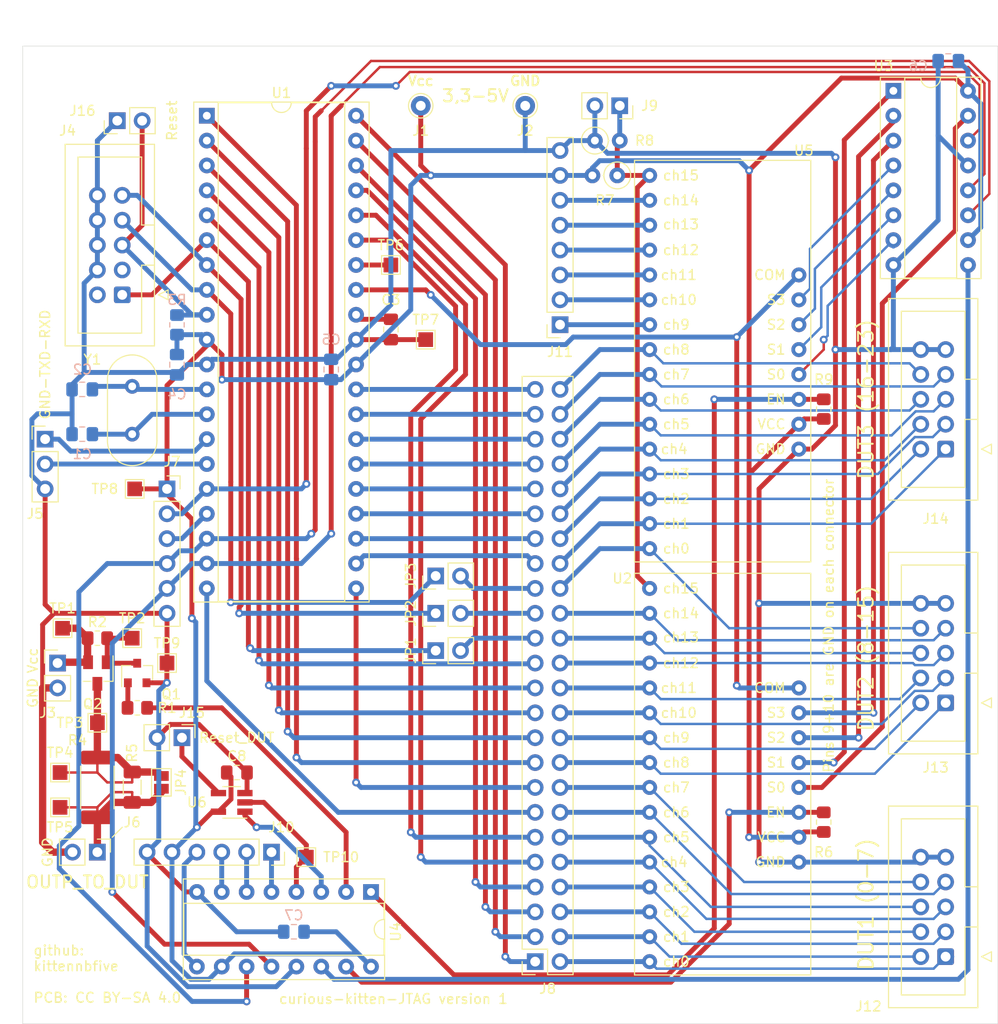
<source format=kicad_pcb>
(kicad_pcb (version 20171130) (host pcbnew 5.1.9+dfsg1-1)
  (layers (0 F.Cu signal) (31 B.Cu signal) (34 B.Paste user) (35 F.Paste user) (36 B.SilkS user) (37 F.SilkS user) (38 B.Mask user) (39 F.Mask user) (44 Edge.Cuts user))
  (net 0 "")
  (net 1 GND)
  (net 2 "Net-(C1-Pad1)")
  (net 3 "Net-(C2-Pad2)")
  (net 4 "Net-(C3-Pad2)")
  (net 5 VCC)
  (net 6 /TXD)
  (net 7 /RXD)
  (net 8 /prog_MISO)
  (net 9 /prog_SCK)
  (net 10 /Reset)
  (net 11 /prog_MOSI)
  (net 12 /ch0)
  (net 13 /ch1)
  (net 14 /ch2)
  (net 15 /ch3)
  (net 16 /ch4)
  (net 17 /ch5)
  (net 18 /ch8)
  (net 19 /ch9)
  (net 20 /ch10)
  (net 21 /ch11)
  (net 22 /ch12)
  (net 23 /ch16)
  (net 24 /ch17)
  (net 25 /ch18)
  (net 26 /ch19)
  (net 27 /ch20)
  (net 28 /ch21)
  (net 29 /ch22)
  (net 30 /ch23)
  (net 31 /ch6)
  (net 32 /ch7)
  (net 33 /ch13)
  (net 34 /ch14)
  (net 35 /ch15)
  (net 36 /4067_1_EN)
  (net 37 /4067_2_EN)
  (net 38 /half_Vcc)
  (net 39 /latch_595)
  (net 40 /CLK)
  (net 41 /MOSI)
  (net 42 /sense_curr_DUT)
  (net 43 /sense_pin)
  (net 44 /4067_1_A)
  (net 45 /4067_2_D)
  (net 46 /4067_2_C)
  (net 47 /4067_2_B)
  (net 48 /4067_2_A)
  (net 49 /4067_1_D)
  (net 50 /4067_1_C)
  (net 51 /4067_1_B)
  (net 52 "Net-(J3-Pad1)")
  (net 53 "Net-(J4-Pad2)")
  (net 54 "Net-(J4-Pad3)")
  (net 55 "Net-(J6-Pad1)")
  (net 56 "Net-(J7-Pad3)")
  (net 57 /avr_ch23)
  (net 58 /avr_ch22)
  (net 59 /avr_ch21)
  (net 60 /avr_ch20)
  (net 61 /avr_ch19)
  (net 62 /avr_ch18)
  (net 63 /avr_ch17)
  (net 64 /avr_ch16)
  (net 65 /avr_ch15)
  (net 66 /avr_ch14)
  (net 67 /avr_ch13)
  (net 68 /avr_ch12)
  (net 69 /avr_ch11)
  (net 70 /avr_ch10)
  (net 71 /avr_ch9)
  (net 72 /avr_ch8)
  (net 73 /avr_ch7)
  (net 74 /avr_ch6)
  (net 75 /avr_ch5)
  (net 76 /avr_ch4)
  (net 77 /avr_ch3)
  (net 78 /avr_ch2)
  (net 79 /avr_ch1)
  (net 80 /avr_ch0)
  (net 81 "Net-(J10-Pad4)")
  (net 82 "Net-(J10-Pad3)")
  (net 83 "Net-(J10-Pad2)")
  (net 84 "Net-(J10-Pad1)")
  (net 85 "Net-(J11-Pad6)")
  (net 86 "Net-(J11-Pad5)")
  (net 87 "Net-(J11-Pad4)")
  (net 88 "Net-(J11-Pad3)")
  (net 89 "Net-(J11-Pad2)")
  (net 90 "Net-(J11-Pad1)")
  (net 91 "Net-(J15-Pad1)")
  (net 92 "Net-(Q1-Pad3)")
  (net 93 "Net-(Q1-Pad1)")
  (net 94 /switch_Vcc_DUT)
  (net 95 /RST_DUT_sig)
  (net 96 "Net-(U3-Pad9)")
  (net 97 /RST_DUT_en)
  (net 98 "Net-(JP4-Pad1)")
  (module Jumper:SolderJumper-2_P1.3mm_Open_Pad1.0x1.5mm (layer F.Cu) (at 36 96 270)
    (fp_text reference JP4 (at 0 -2 90) (layer F.SilkS))
    (fp_text value SolderJumper_2_Open)
    (pad 1 smd rect (at -0.65 0 270) (size 1 1.5) (layers F.Cu F.Mask) (net 98 "Net-(JP4-Pad1)"))
    (pad 2 smd rect (at 0.65 0 270) (size 1 1.5) (layers F.Cu F.Mask) (net 55 "Net-(J6-Pad1)"))
  )
  (module Connector_PinHeader_2.54mm:PinHeader_1x02_P2.54mm_Vertical (layer F.Cu) (at 31.496 28.448 90)
    (fp_text reference J16 (at 1.016 -3.556) (layer F.SilkS))
    (fp_text value Reset_AVR)
    (pad 2 thru_hole oval (at 0 2.54 90) (size 1.7 1.7) (drill 1) (layers *.Cu *.Mask) (net 10 /Reset))
    (pad 1 thru_hole rect (at 0 0 90) (size 1.7 1.7) (drill 1) (layers *.Cu *.Mask) (net 1 GND))
  )
  (module Crystal:Crystal_HC49-U_Vertical (layer F.Cu) (at 33.02 60.452 90)
    (fp_text reference Y1 (at 7.62 -4.064 180) (layer F.SilkS))
    (fp_text value 7,3728M)
    (pad 2 thru_hole circle (at 4.88 0 90) (size 1.5 1.5) (drill 0.8) (layers *.Cu *.Mask) (net 3 "Net-(C2-Pad2)"))
    (pad 1 thru_hole circle (at 0 0 90) (size 1.5 1.5) (drill 0.8) (layers *.Cu *.Mask) (net 2 "Net-(C1-Pad1)"))
  )
  (module Package_TO_SOT_SMD:SOT-23-5_HandSoldering (layer F.Cu) (at 43.18 98.044 180)
    (fp_text reference U6 (at 3.556 0) (layer F.SilkS))
    (fp_text value SN74LVC1G125DBVR)
    (pad 5 smd rect (at 1.35 -0.95 180) (size 1.56 0.65) (layers F.Cu F.Paste F.Mask) (net 5 VCC))
    (pad 4 smd rect (at 1.35 0.95 180) (size 1.56 0.65) (layers F.Cu F.Paste F.Mask) (net 91 "Net-(J15-Pad1)"))
    (pad 3 smd rect (at -1.35 0.95 180) (size 1.56 0.65) (layers F.Cu F.Paste F.Mask) (net 1 GND))
    (pad 2 smd rect (at -1.35 0 180) (size 1.56 0.65) (layers F.Cu F.Paste F.Mask) (net 95 /RST_DUT_sig))
    (pad 1 smd rect (at -1.35 -0.95 180) (size 1.56 0.65) (layers F.Cu F.Paste F.Mask) (net 97 /RST_DUT_en))
  )
  (module footprints:CD4067_module (layer F.Cu) (at 83.312 31.496)
    (fp_text reference U5 (at 18.288 0) (layer F.SilkS))
    (fp_text value CD4067_module)
    (fp_text user ch15 (at 3.81 2.54) (layer F.SilkS) (effects (justify left)))
    (fp_text user ch14 (at 3.81 5.08) (layer F.SilkS) (effects (justify left)))
    (fp_text user ch13 (at 3.81 7.54) (layer F.SilkS) (effects (justify left)))
    (fp_text user ch12 (at 3.81 10.16) (layer F.SilkS) (effects (justify left)))
    (fp_text user ch11 (at 3.591667 12.7) (layer F.SilkS) (effects (justify left)))
    (fp_text user ch10 (at 3.591667 15.24) (layer F.SilkS) (effects (justify left)))
    (fp_text user ch9 (at 3.81 17.78) (layer F.SilkS) (effects (justify left)))
    (fp_text user ch8 (at 3.81 20.32) (layer F.SilkS) (effects (justify left)))
    (fp_text user ch7 (at 3.81 22.86) (layer F.SilkS) (effects (justify left)))
    (fp_text user ch6 (at 3.81 25.4) (layer F.SilkS) (effects (justify left)))
    (fp_text user ch5 (at 3.81 27.94) (layer F.SilkS) (effects (justify left)))
    (fp_text user ch4 (at 3.591667 30.48) (layer F.SilkS) (effects (justify left)))
    (fp_text user ch3 (at 3.81 33.02) (layer F.SilkS) (effects (justify left)))
    (fp_text user ch2 (at 3.81 35.56) (layer F.SilkS) (effects (justify left)))
    (fp_text user ch1 (at 3.81 38.1) (layer F.SilkS) (effects (justify left)))
    (fp_text user ch0 (at 3.81 40.64) (layer F.SilkS) (effects (justify left)))
    (fp_text user COM (at 16.51 12.7) (layer F.SilkS) (effects (justify right)))
    (fp_text user S3 (at 16.51 15.24) (layer F.SilkS) (effects (justify right)))
    (fp_text user S2 (at 16.51 17.78) (layer F.SilkS) (effects (justify right)))
    (fp_text user S1 (at 16.51 20.32) (layer F.SilkS) (effects (justify right)))
    (fp_text user S0 (at 16.51 22.86) (layer F.SilkS) (effects (justify right)))
    (fp_text user EN (at 16.51 25.4) (layer F.SilkS) (effects (justify right)))
    (fp_text user VCC (at 16.51 27.94) (layer F.SilkS) (effects (justify right)))
    (fp_text user GND (at 16.51 30.48) (layer F.SilkS) (effects (justify right)))
    (pad 16 thru_hole circle (at 2.54 2.54) (size 1.524 1.524) (drill 0.762) (layers *.Cu *.Mask) (net 38 /half_Vcc))
    (pad 17 thru_hole circle (at 2.54 5.08) (size 1.524 1.524) (drill 0.762) (layers *.Cu *.Mask) (net 85 "Net-(J11-Pad6)"))
    (pad 18 thru_hole circle (at 2.54 7.62) (size 1.524 1.524) (drill 0.762) (layers *.Cu *.Mask) (net 86 "Net-(J11-Pad5)"))
    (pad 19 thru_hole circle (at 2.54 10.16) (size 1.524 1.524) (drill 0.762) (layers *.Cu *.Mask) (net 87 "Net-(J11-Pad4)"))
    (pad 20 thru_hole circle (at 2.54 12.7) (size 1.524 1.524) (drill 0.762) (layers *.Cu *.Mask) (net 88 "Net-(J11-Pad3)"))
    (pad 21 thru_hole circle (at 2.54 15.24) (size 1.524 1.524) (drill 0.762) (layers *.Cu *.Mask) (net 89 "Net-(J11-Pad2)"))
    (pad 22 thru_hole circle (at 2.54 17.78) (size 1.524 1.524) (drill 0.762) (layers *.Cu *.Mask) (net 90 "Net-(J11-Pad1)"))
    (pad 23 thru_hole circle (at 2.54 20.32) (size 1.524 1.524) (drill 0.762) (layers *.Cu *.Mask) (net 30 /ch23))
    (pad 2 thru_hole circle (at 2.54 22.86) (size 1.524 1.524) (drill 0.762) (layers *.Cu *.Mask) (net 29 /ch22))
    (pad 3 thru_hole circle (at 2.54 25.4) (size 1.524 1.524) (drill 0.762) (layers *.Cu *.Mask) (net 28 /ch21))
    (pad 4 thru_hole circle (at 2.54 27.94) (size 1.524 1.524) (drill 0.762) (layers *.Cu *.Mask) (net 27 /ch20))
    (pad 5 thru_hole circle (at 2.54 30.48) (size 1.524 1.524) (drill 0.762) (layers *.Cu *.Mask) (net 26 /ch19))
    (pad 6 thru_hole circle (at 2.54 33.02) (size 1.524 1.524) (drill 0.762) (layers *.Cu *.Mask) (net 25 /ch18))
    (pad 7 thru_hole circle (at 2.54 35.56) (size 1.524 1.524) (drill 0.762) (layers *.Cu *.Mask) (net 24 /ch17))
    (pad 8 thru_hole circle (at 2.54 38.1) (size 1.524 1.524) (drill 0.762) (layers *.Cu *.Mask) (net 23 /ch16))
    (pad 9 thru_hole circle (at 2.54 40.64) (size 1.524 1.524) (drill 0.762) (layers *.Cu *.Mask) (net 35 /ch15))
    (pad 1 thru_hole circle (at 17.78 12.7) (size 1.524 1.524) (drill 0.762) (layers *.Cu *.Mask) (net 43 /sense_pin))
    (pad 13 thru_hole circle (at 17.78 15.24) (size 1.524 1.524) (drill 0.762) (layers *.Cu *.Mask) (net 45 /4067_2_D))
    (pad 14 thru_hole circle (at 17.78 17.78) (size 1.524 1.524) (drill 0.762) (layers *.Cu *.Mask) (net 46 /4067_2_C))
    (pad 11 thru_hole circle (at 17.78 20.32) (size 1.524 1.524) (drill 0.762) (layers *.Cu *.Mask) (net 47 /4067_2_B))
    (pad 10 thru_hole circle (at 17.78 22.86) (size 1.524 1.524) (drill 0.762) (layers *.Cu *.Mask) (net 48 /4067_2_A))
    (pad 15 thru_hole circle (at 17.78 25.4) (size 1.524 1.524) (drill 0.762) (layers *.Cu *.Mask) (net 37 /4067_2_EN))
    (pad 24 thru_hole circle (at 17.78 27.94) (size 1.524 1.524) (drill 0.762) (layers *.Cu *.Mask) (net 5 VCC))
    (pad 12 thru_hole circle (at 17.78 30.48) (size 1.524 1.524) (drill 0.762) (layers *.Cu *.Mask) (net 1 GND))
  )
  (module Package_DIP:DIP-16_W7.62mm_Socket (layer F.Cu) (at 57.404 107.188 270)
    (fp_text reference U4 (at 4.064 -2.54 270) (layer F.SilkS))
    (fp_text value 74HC595)
    (pad 16 thru_hole oval (at 7.62 0 270) (size 1.6 1.6) (drill 0.8) (layers *.Cu *.Mask) (net 5 VCC))
    (pad 8 thru_hole oval (at 0 17.78 270) (size 1.6 1.6) (drill 0.8) (layers *.Cu *.Mask) (net 1 GND))
    (pad 15 thru_hole oval (at 7.62 2.54 270) (size 1.6 1.6) (drill 0.8) (layers *.Cu *.Mask) (net 36 /4067_1_EN))
    (pad 7 thru_hole oval (at 0 15.24 270) (size 1.6 1.6) (drill 0.8) (layers *.Cu *.Mask) (net 82 "Net-(J10-Pad3)"))
    (pad 14 thru_hole oval (at 7.62 5.08 270) (size 1.6 1.6) (drill 0.8) (layers *.Cu *.Mask) (net 96 "Net-(U3-Pad9)"))
    (pad 6 thru_hole oval (at 0 12.7 270) (size 1.6 1.6) (drill 0.8) (layers *.Cu *.Mask) (net 83 "Net-(J10-Pad2)"))
    (pad 13 thru_hole oval (at 7.62 7.62 270) (size 1.6 1.6) (drill 0.8) (layers *.Cu *.Mask) (net 1 GND))
    (pad 5 thru_hole oval (at 0 10.16 270) (size 1.6 1.6) (drill 0.8) (layers *.Cu *.Mask) (net 84 "Net-(J10-Pad1)"))
    (pad 12 thru_hole oval (at 7.62 10.16 270) (size 1.6 1.6) (drill 0.8) (layers *.Cu *.Mask) (net 39 /latch_595))
    (pad 4 thru_hole oval (at 0 7.62 270) (size 1.6 1.6) (drill 0.8) (layers *.Cu *.Mask) (net 95 /RST_DUT_sig))
    (pad 11 thru_hole oval (at 7.62 12.7 270) (size 1.6 1.6) (drill 0.8) (layers *.Cu *.Mask) (net 40 /CLK))
    (pad 3 thru_hole oval (at 0 5.08 270) (size 1.6 1.6) (drill 0.8) (layers *.Cu *.Mask) (net 97 /RST_DUT_en))
    (pad 10 thru_hole oval (at 7.62 15.24 270) (size 1.6 1.6) (drill 0.8) (layers *.Cu *.Mask) (net 5 VCC))
    (pad 2 thru_hole oval (at 0 2.54 270) (size 1.6 1.6) (drill 0.8) (layers *.Cu *.Mask) (net 94 /switch_Vcc_DUT))
    (pad 9 thru_hole oval (at 7.62 17.78 270) (size 1.6 1.6) (drill 0.8) (layers *.Cu *.Mask) (net 81 "Net-(J10-Pad4)"))
    (pad 1 thru_hole rect (at 0 0 270) (size 1.6 1.6) (drill 0.8) (layers *.Cu *.Mask) (net 37 /4067_2_EN))
  )
  (module Package_DIP:DIP-16_W7.62mm_Socket (layer F.Cu) (at 110.744 25.4)
    (fp_text reference U3 (at -1.016 -2.54) (layer F.SilkS))
    (fp_text value 74HC595)
    (pad 16 thru_hole oval (at 7.62 0) (size 1.6 1.6) (drill 0.8) (layers *.Cu *.Mask) (net 5 VCC))
    (pad 8 thru_hole oval (at 0 17.78) (size 1.6 1.6) (drill 0.8) (layers *.Cu *.Mask) (net 1 GND))
    (pad 15 thru_hole oval (at 7.62 2.54) (size 1.6 1.6) (drill 0.8) (layers *.Cu *.Mask) (net 44 /4067_1_A))
    (pad 7 thru_hole oval (at 0 15.24) (size 1.6 1.6) (drill 0.8) (layers *.Cu *.Mask) (net 48 /4067_2_A))
    (pad 14 thru_hole oval (at 7.62 5.08) (size 1.6 1.6) (drill 0.8) (layers *.Cu *.Mask) (net 41 /MOSI))
    (pad 6 thru_hole oval (at 0 12.7) (size 1.6 1.6) (drill 0.8) (layers *.Cu *.Mask) (net 47 /4067_2_B))
    (pad 13 thru_hole oval (at 7.62 7.62) (size 1.6 1.6) (drill 0.8) (layers *.Cu *.Mask) (net 1 GND))
    (pad 5 thru_hole oval (at 0 10.16) (size 1.6 1.6) (drill 0.8) (layers *.Cu *.Mask) (net 46 /4067_2_C))
    (pad 12 thru_hole oval (at 7.62 10.16) (size 1.6 1.6) (drill 0.8) (layers *.Cu *.Mask) (net 39 /latch_595))
    (pad 4 thru_hole oval (at 0 7.62) (size 1.6 1.6) (drill 0.8) (layers *.Cu *.Mask) (net 45 /4067_2_D))
    (pad 11 thru_hole oval (at 7.62 12.7) (size 1.6 1.6) (drill 0.8) (layers *.Cu *.Mask) (net 40 /CLK))
    (pad 3 thru_hole oval (at 0 5.08) (size 1.6 1.6) (drill 0.8) (layers *.Cu *.Mask) (net 49 /4067_1_D))
    (pad 10 thru_hole oval (at 7.62 15.24) (size 1.6 1.6) (drill 0.8) (layers *.Cu *.Mask) (net 5 VCC))
    (pad 2 thru_hole oval (at 0 2.54) (size 1.6 1.6) (drill 0.8) (layers *.Cu *.Mask) (net 50 /4067_1_C))
    (pad 9 thru_hole oval (at 7.62 17.78) (size 1.6 1.6) (drill 0.8) (layers *.Cu *.Mask) (net 96 "Net-(U3-Pad9)"))
    (pad 1 thru_hole rect (at 0 0) (size 1.6 1.6) (drill 0.8) (layers *.Cu *.Mask) (net 51 /4067_1_B))
  )
  (module footprints:CD4067_module (layer F.Cu) (at 83.312 73.66)
    (fp_text reference U2 (at -0.254 1.524) (layer F.SilkS))
    (fp_text value CD4067_module)
    (fp_text user ch15 (at 3.81 2.54) (layer F.SilkS) (effects (justify left)))
    (fp_text user ch14 (at 3.81 5.08) (layer F.SilkS) (effects (justify left)))
    (fp_text user ch13 (at 3.81 7.54) (layer F.SilkS) (effects (justify left)))
    (fp_text user ch12 (at 3.81 10.16) (layer F.SilkS) (effects (justify left)))
    (fp_text user ch11 (at 3.591667 12.7) (layer F.SilkS) (effects (justify left)))
    (fp_text user ch10 (at 3.591667 15.24) (layer F.SilkS) (effects (justify left)))
    (fp_text user ch9 (at 3.81 17.78) (layer F.SilkS) (effects (justify left)))
    (fp_text user ch8 (at 3.81 20.32) (layer F.SilkS) (effects (justify left)))
    (fp_text user ch7 (at 3.81 22.86) (layer F.SilkS) (effects (justify left)))
    (fp_text user ch6 (at 3.81 25.4) (layer F.SilkS) (effects (justify left)))
    (fp_text user ch5 (at 3.81 27.94) (layer F.SilkS) (effects (justify left)))
    (fp_text user ch4 (at 3.591667 30.48) (layer F.SilkS) (effects (justify left)))
    (fp_text user ch3 (at 3.81 33.02) (layer F.SilkS) (effects (justify left)))
    (fp_text user ch2 (at 3.81 35.56) (layer F.SilkS) (effects (justify left)))
    (fp_text user ch1 (at 3.81 38.1) (layer F.SilkS) (effects (justify left)))
    (fp_text user ch0 (at 3.81 40.64) (layer F.SilkS) (effects (justify left)))
    (fp_text user COM (at 16.51 12.7) (layer F.SilkS) (effects (justify right)))
    (fp_text user S3 (at 16.51 15.24) (layer F.SilkS) (effects (justify right)))
    (fp_text user S2 (at 16.51 17.78) (layer F.SilkS) (effects (justify right)))
    (fp_text user S1 (at 16.51 20.32) (layer F.SilkS) (effects (justify right)))
    (fp_text user S0 (at 16.51 22.86) (layer F.SilkS) (effects (justify right)))
    (fp_text user EN (at 16.51 25.4) (layer F.SilkS) (effects (justify right)))
    (fp_text user VCC (at 16.51 27.94) (layer F.SilkS) (effects (justify right)))
    (fp_text user GND (at 16.51 30.48) (layer F.SilkS) (effects (justify right)))
    (pad 16 thru_hole circle (at 2.54 2.54) (size 1.524 1.524) (drill 0.762) (layers *.Cu *.Mask) (net 38 /half_Vcc))
    (pad 17 thru_hole circle (at 2.54 5.08) (size 1.524 1.524) (drill 0.762) (layers *.Cu *.Mask) (net 34 /ch14))
    (pad 18 thru_hole circle (at 2.54 7.62) (size 1.524 1.524) (drill 0.762) (layers *.Cu *.Mask) (net 33 /ch13))
    (pad 19 thru_hole circle (at 2.54 10.16) (size 1.524 1.524) (drill 0.762) (layers *.Cu *.Mask) (net 22 /ch12))
    (pad 20 thru_hole circle (at 2.54 12.7) (size 1.524 1.524) (drill 0.762) (layers *.Cu *.Mask) (net 21 /ch11))
    (pad 21 thru_hole circle (at 2.54 15.24) (size 1.524 1.524) (drill 0.762) (layers *.Cu *.Mask) (net 20 /ch10))
    (pad 22 thru_hole circle (at 2.54 17.78) (size 1.524 1.524) (drill 0.762) (layers *.Cu *.Mask) (net 19 /ch9))
    (pad 23 thru_hole circle (at 2.54 20.32) (size 1.524 1.524) (drill 0.762) (layers *.Cu *.Mask) (net 18 /ch8))
    (pad 2 thru_hole circle (at 2.54 22.86) (size 1.524 1.524) (drill 0.762) (layers *.Cu *.Mask) (net 32 /ch7))
    (pad 3 thru_hole circle (at 2.54 25.4) (size 1.524 1.524) (drill 0.762) (layers *.Cu *.Mask) (net 31 /ch6))
    (pad 4 thru_hole circle (at 2.54 27.94) (size 1.524 1.524) (drill 0.762) (layers *.Cu *.Mask) (net 17 /ch5))
    (pad 5 thru_hole circle (at 2.54 30.48) (size 1.524 1.524) (drill 0.762) (layers *.Cu *.Mask) (net 16 /ch4))
    (pad 6 thru_hole circle (at 2.54 33.02) (size 1.524 1.524) (drill 0.762) (layers *.Cu *.Mask) (net 15 /ch3))
    (pad 7 thru_hole circle (at 2.54 35.56) (size 1.524 1.524) (drill 0.762) (layers *.Cu *.Mask) (net 14 /ch2))
    (pad 8 thru_hole circle (at 2.54 38.1) (size 1.524 1.524) (drill 0.762) (layers *.Cu *.Mask) (net 13 /ch1))
    (pad 9 thru_hole circle (at 2.54 40.64) (size 1.524 1.524) (drill 0.762) (layers *.Cu *.Mask) (net 12 /ch0))
    (pad 1 thru_hole circle (at 17.78 12.7) (size 1.524 1.524) (drill 0.762) (layers *.Cu *.Mask) (net 43 /sense_pin))
    (pad 13 thru_hole circle (at 17.78 15.24) (size 1.524 1.524) (drill 0.762) (layers *.Cu *.Mask) (net 49 /4067_1_D))
    (pad 14 thru_hole circle (at 17.78 17.78) (size 1.524 1.524) (drill 0.762) (layers *.Cu *.Mask) (net 50 /4067_1_C))
    (pad 11 thru_hole circle (at 17.78 20.32) (size 1.524 1.524) (drill 0.762) (layers *.Cu *.Mask) (net 51 /4067_1_B))
    (pad 10 thru_hole circle (at 17.78 22.86) (size 1.524 1.524) (drill 0.762) (layers *.Cu *.Mask) (net 44 /4067_1_A))
    (pad 15 thru_hole circle (at 17.78 25.4) (size 1.524 1.524) (drill 0.762) (layers *.Cu *.Mask) (net 36 /4067_1_EN))
    (pad 24 thru_hole circle (at 17.78 27.94) (size 1.524 1.524) (drill 0.762) (layers *.Cu *.Mask) (net 5 VCC))
    (pad 12 thru_hole circle (at 17.78 30.48) (size 1.524 1.524) (drill 0.762) (layers *.Cu *.Mask) (net 1 GND))
  )
  (module Package_DIP:DIP-40_W15.24mm_Socket (layer F.Cu) (at 40.64 27.94)
    (fp_text reference U1 (at 7.62 -2.33) (layer F.SilkS))
    (fp_text value ATmega16A-PU)
    (pad 40 thru_hole oval (at 15.24 0) (size 1.6 1.6) (drill 0.8) (layers *.Cu *.Mask) (net 80 /avr_ch0))
    (pad 20 thru_hole oval (at 0 48.26) (size 1.6 1.6) (drill 0.8) (layers *.Cu *.Mask) (net 74 /avr_ch6))
    (pad 39 thru_hole oval (at 15.24 2.54) (size 1.6 1.6) (drill 0.8) (layers *.Cu *.Mask) (net 79 /avr_ch1))
    (pad 19 thru_hole oval (at 0 45.72) (size 1.6 1.6) (drill 0.8) (layers *.Cu *.Mask) (net 39 /latch_595))
    (pad 38 thru_hole oval (at 15.24 5.08) (size 1.6 1.6) (drill 0.8) (layers *.Cu *.Mask) (net 78 /avr_ch2))
    (pad 18 thru_hole oval (at 0 43.18) (size 1.6 1.6) (drill 0.8) (layers *.Cu *.Mask) (net 40 /CLK))
    (pad 37 thru_hole oval (at 15.24 7.62) (size 1.6 1.6) (drill 0.8) (layers *.Cu *.Mask) (net 77 /avr_ch3))
    (pad 17 thru_hole oval (at 0 40.64) (size 1.6 1.6) (drill 0.8) (layers *.Cu *.Mask) (net 56 "Net-(J7-Pad3)"))
    (pad 36 thru_hole oval (at 15.24 10.16) (size 1.6 1.6) (drill 0.8) (layers *.Cu *.Mask) (net 76 /avr_ch4))
    (pad 16 thru_hole oval (at 0 38.1) (size 1.6 1.6) (drill 0.8) (layers *.Cu *.Mask) (net 41 /MOSI))
    (pad 35 thru_hole oval (at 15.24 12.7) (size 1.6 1.6) (drill 0.8) (layers *.Cu *.Mask) (net 75 /avr_ch5))
    (pad 15 thru_hole oval (at 0 35.56) (size 1.6 1.6) (drill 0.8) (layers *.Cu *.Mask) (net 6 /TXD))
    (pad 34 thru_hole oval (at 15.24 15.24) (size 1.6 1.6) (drill 0.8) (layers *.Cu *.Mask) (net 42 /sense_curr_DUT))
    (pad 14 thru_hole oval (at 0 33.02) (size 1.6 1.6) (drill 0.8) (layers *.Cu *.Mask) (net 7 /RXD))
    (pad 33 thru_hole oval (at 15.24 17.78) (size 1.6 1.6) (drill 0.8) (layers *.Cu *.Mask) (net 43 /sense_pin))
    (pad 13 thru_hole oval (at 0 30.48) (size 1.6 1.6) (drill 0.8) (layers *.Cu *.Mask) (net 2 "Net-(C1-Pad1)"))
    (pad 32 thru_hole oval (at 15.24 20.32) (size 1.6 1.6) (drill 0.8) (layers *.Cu *.Mask) (net 4 "Net-(C3-Pad2)"))
    (pad 12 thru_hole oval (at 0 27.94) (size 1.6 1.6) (drill 0.8) (layers *.Cu *.Mask) (net 3 "Net-(C2-Pad2)"))
    (pad 31 thru_hole oval (at 15.24 22.86) (size 1.6 1.6) (drill 0.8) (layers *.Cu *.Mask) (net 1 GND))
    (pad 11 thru_hole oval (at 0 25.4) (size 1.6 1.6) (drill 0.8) (layers *.Cu *.Mask) (net 1 GND))
    (pad 30 thru_hole oval (at 15.24 25.4) (size 1.6 1.6) (drill 0.8) (layers *.Cu *.Mask) (net 5 VCC))
    (pad 10 thru_hole oval (at 0 22.86) (size 1.6 1.6) (drill 0.8) (layers *.Cu *.Mask) (net 5 VCC))
    (pad 29 thru_hole oval (at 15.24 27.94) (size 1.6 1.6) (drill 0.8) (layers *.Cu *.Mask) (net 57 /avr_ch23))
    (pad 9 thru_hole oval (at 0 20.32) (size 1.6 1.6) (drill 0.8) (layers *.Cu *.Mask) (net 10 /Reset))
    (pad 28 thru_hole oval (at 15.24 30.48) (size 1.6 1.6) (drill 0.8) (layers *.Cu *.Mask) (net 58 /avr_ch22))
    (pad 8 thru_hole oval (at 0 17.78) (size 1.6 1.6) (drill 0.8) (layers *.Cu *.Mask) (net 9 /prog_SCK))
    (pad 27 thru_hole oval (at 15.24 33.02) (size 1.6 1.6) (drill 0.8) (layers *.Cu *.Mask) (net 59 /avr_ch21))
    (pad 7 thru_hole oval (at 0 15.24) (size 1.6 1.6) (drill 0.8) (layers *.Cu *.Mask) (net 8 /prog_MISO))
    (pad 26 thru_hole oval (at 15.24 35.56) (size 1.6 1.6) (drill 0.8) (layers *.Cu *.Mask) (net 60 /avr_ch20))
    (pad 6 thru_hole oval (at 0 12.7) (size 1.6 1.6) (drill 0.8) (layers *.Cu *.Mask) (net 11 /prog_MOSI))
    (pad 25 thru_hole oval (at 15.24 38.1) (size 1.6 1.6) (drill 0.8) (layers *.Cu *.Mask) (net 61 /avr_ch19))
    (pad 5 thru_hole oval (at 0 10.16) (size 1.6 1.6) (drill 0.8) (layers *.Cu *.Mask) (net 68 /avr_ch12))
    (pad 24 thru_hole oval (at 15.24 40.64) (size 1.6 1.6) (drill 0.8) (layers *.Cu *.Mask) (net 62 /avr_ch18))
    (pad 4 thru_hole oval (at 0 7.62) (size 1.6 1.6) (drill 0.8) (layers *.Cu *.Mask) (net 69 /avr_ch11))
    (pad 23 thru_hole oval (at 15.24 43.18) (size 1.6 1.6) (drill 0.8) (layers *.Cu *.Mask) (net 63 /avr_ch17))
    (pad 3 thru_hole oval (at 0 5.08) (size 1.6 1.6) (drill 0.8) (layers *.Cu *.Mask) (net 70 /avr_ch10))
    (pad 22 thru_hole oval (at 15.24 45.72) (size 1.6 1.6) (drill 0.8) (layers *.Cu *.Mask) (net 64 /avr_ch16))
    (pad 2 thru_hole oval (at 0 2.54) (size 1.6 1.6) (drill 0.8) (layers *.Cu *.Mask) (net 71 /avr_ch9))
    (pad 21 thru_hole oval (at 15.24 48.26) (size 1.6 1.6) (drill 0.8) (layers *.Cu *.Mask) (net 73 /avr_ch7))
    (pad 1 thru_hole rect (at 0 0) (size 1.6 1.6) (drill 0.8) (layers *.Cu *.Mask) (net 72 /avr_ch8))
  )
  (module TestPoint:TestPoint_Pad_1.5x1.5mm (layer F.Cu) (at 50.8 103.632)
    (fp_text reference TP10 (at 3.556 0) (layer F.SilkS))
    (fp_text value TestPoint)
    (pad 1 smd rect (at 0 0) (size 1.5 1.5) (layers F.Cu F.Mask) (net 95 /RST_DUT_sig))
  )
  (module TestPoint:TestPoint_Pad_1.5x1.5mm (layer F.Cu) (at 36.576 83.82)
    (fp_text reference TP9 (at 0 -2.032) (layer F.SilkS))
    (fp_text value TestPoint)
    (pad 1 smd rect (at 0 0) (size 1.5 1.5) (layers F.Cu F.Mask) (net 1 GND))
  )
  (module TestPoint:TestPoint_Pad_1.5x1.5mm (layer F.Cu) (at 33.274 66.04)
    (fp_text reference TP8 (at -3.048 0) (layer F.SilkS))
    (fp_text value TestPoint)
    (pad 1 smd rect (at 0 0) (size 1.5 1.5) (layers F.Cu F.Mask) (net 5 VCC))
  )
  (module TestPoint:TestPoint_Pad_1.5x1.5mm (layer F.Cu) (at 62.992 50.8)
    (fp_text reference TP7 (at 0 -2.032) (layer F.SilkS))
    (fp_text value TestPoint)
    (pad 1 smd rect (at 0 0) (size 1.5 1.5) (layers F.Cu F.Mask) (net 1 GND))
  )
  (module TestPoint:TestPoint_Pad_1.5x1.5mm (layer F.Cu) (at 59.436 43.18)
    (fp_text reference TP6 (at 0 -2.032) (layer F.SilkS))
    (fp_text value TestPoint)
    (pad 1 smd rect (at 0 0) (size 1.5 1.5) (layers F.Cu F.Mask) (net 42 /sense_curr_DUT))
  )
  (module TestPoint:TestPoint_Pad_1.5x1.5mm (layer F.Cu) (at 25.654 98.552)
    (fp_text reference TP5 (at 0 2.032) (layer F.SilkS))
    (fp_text value TestPoint)
    (pad 1 smd rect (at 0 0) (size 1.5 1.5) (layers F.Cu F.Mask) (net 55 "Net-(J6-Pad1)"))
  )
  (module TestPoint:TestPoint_Pad_1.5x1.5mm (layer F.Cu) (at 25.654 94.996)
    (fp_text reference TP4 (at 0 -2.032) (layer F.SilkS))
    (fp_text value TestPoint)
    (pad 1 smd rect (at 0 0) (size 1.5 1.5) (layers F.Cu F.Mask) (net 98 "Net-(JP4-Pad1)"))
  )
  (module TestPoint:TestPoint_Pad_1.5x1.5mm (layer F.Cu) (at 29.464 89.916)
    (fp_text reference TP3 (at -2.794 0) (layer F.SilkS))
    (fp_text value TestPoint)
    (pad 1 smd rect (at 0 0) (size 1.5 1.5) (layers F.Cu F.Mask) (net 98 "Net-(JP4-Pad1)"))
  )
  (module TestPoint:TestPoint_Pad_1.5x1.5mm (layer F.Cu) (at 33.02 81.28)
    (fp_text reference TP2 (at 0 -2.032) (layer F.SilkS))
    (fp_text value TestPoint)
    (pad 1 smd rect (at 0 0) (size 1.5 1.5) (layers F.Cu F.Mask) (net 92 "Net-(Q1-Pad3)"))
  )
  (module TestPoint:TestPoint_Pad_1.5x1.5mm (layer F.Cu) (at 25.908 80.264)
    (fp_text reference TP1 (at 0 -2.032) (layer F.SilkS))
    (fp_text value TestPoint)
    (pad 1 smd rect (at 0 0) (size 1.5 1.5) (layers F.Cu F.Mask) (net 52 "Net-(J3-Pad1)"))
  )
  (module Resistor_SMD:R_0805_2012Metric_Pad1.20x1.40mm_HandSolder (layer F.Cu) (at 103.632 57.896 270)
    (fp_text reference R9 (at -3.032 0 180) (layer F.SilkS))
    (fp_text value 100k)
    (pad 1 smd roundrect (at -1 0 270) (size 1.2 1.4) (layers F.Cu F.Paste F.Mask) (roundrect_rratio 0.2083325) (net 37 /4067_2_EN))
    (pad 2 smd roundrect (at 1 0 270) (size 1.2 1.4) (layers F.Cu F.Paste F.Mask) (roundrect_rratio 0.2083325) (net 5 VCC))
  )
  (module Resistor_THT:R_Axial_DIN0207_L6.3mm_D2.5mm_P2.54mm_Vertical (layer F.Cu) (at 80.264 30.48)
    (fp_text reference R8 (at 5.08 0) (layer F.SilkS))
    (fp_text value 100k)
    (pad 1 thru_hole circle (at 0 0) (size 1.6 1.6) (drill 0.8) (layers *.Cu *.Mask) (net 1 GND))
    (pad 2 thru_hole oval (at 2.54 0) (size 1.6 1.6) (drill 0.8) (layers *.Cu *.Mask) (net 38 /half_Vcc))
  )
  (module Resistor_THT:R_Axial_DIN0207_L6.3mm_D2.5mm_P2.54mm_Vertical (layer F.Cu) (at 82.55 34.036 180)
    (fp_text reference R7 (at 1.27 -2.54) (layer F.SilkS))
    (fp_text value 100k)
    (pad 1 thru_hole circle (at 0 0 180) (size 1.6 1.6) (drill 0.8) (layers *.Cu *.Mask) (net 38 /half_Vcc))
    (pad 2 thru_hole oval (at 2.54 0 180) (size 1.6 1.6) (drill 0.8) (layers *.Cu *.Mask) (net 5 VCC))
  )
  (module Resistor_SMD:R_0805_2012Metric_Pad1.20x1.40mm_HandSolder (layer F.Cu) (at 103.632 100.06 270)
    (fp_text reference R6 (at 3.064 0 180) (layer F.SilkS))
    (fp_text value 100k)
    (pad 1 smd roundrect (at -1 0 270) (size 1.2 1.4) (layers F.Cu F.Paste F.Mask) (roundrect_rratio 0.2083325) (net 36 /4067_1_EN))
    (pad 2 smd roundrect (at 1 0 270) (size 1.2 1.4) (layers F.Cu F.Paste F.Mask) (roundrect_rratio 0.2083325) (net 5 VCC))
  )
  (module Resistor_SMD:R_1206_3216Metric_Pad1.30x1.75mm_HandSolder (layer F.Cu) (at 33.02 96.494 90)
    (fp_text reference R5 (at 3.494 -0.02 90) (layer F.SilkS))
    (fp_text value shunt2)
    (pad 2 smd roundrect (at 1.55 0 90) (size 1.3 1.75) (layers F.Cu F.Paste F.Mask) (roundrect_rratio 0.1923069230769231) (net 98 "Net-(JP4-Pad1)"))
    (pad 1 smd roundrect (at -1.55 0 90) (size 1.3 1.75) (layers F.Cu F.Paste F.Mask) (roundrect_rratio 0.1923069230769231) (net 55 "Net-(J6-Pad1)"))
  )
  (module Resistor_SMD:R_2512_6332Metric_Pad1.40x3.35mm_HandSolder (layer F.Cu) (at 29.464 96.518 90)
    (fp_text reference R4 (at 4.824 -2.032 180) (layer F.SilkS))
    (fp_text value shunt1)
    (pad 2 smd roundrect (at 3.05 0 90) (size 1.4 3.35) (layers F.Cu F.Paste F.Mask) (roundrect_rratio 0.1785707142857143) (net 98 "Net-(JP4-Pad1)"))
    (pad 1 smd roundrect (at -3.05 0 90) (size 1.4 3.35) (layers F.Cu F.Paste F.Mask) (roundrect_rratio 0.1785707142857143) (net 55 "Net-(J6-Pad1)"))
  )
  (module Resistor_SMD:R_0805_2012Metric_Pad1.20x1.40mm_HandSolder (layer B.Cu) (at 37.592 49.292 270)
    (fp_text reference R3 (at -2.556 0) (layer B.SilkS) (effects (justify mirror)))
    (fp_text value 10k)
    (pad 2 smd roundrect (at 1 0 270) (size 1.2 1.4) (layers B.Cu B.Paste B.Mask) (roundrect_rratio 0.2083325) (net 5 VCC))
    (pad 1 smd roundrect (at -1 0 270) (size 1.2 1.4) (layers B.Cu B.Paste B.Mask) (roundrect_rratio 0.2083325) (net 10 /Reset))
  )
  (module Resistor_SMD:R_0805_2012Metric_Pad1.20x1.40mm_HandSolder (layer F.Cu) (at 29.464 81.28)
    (fp_text reference R2 (at 0 -1.65) (layer F.SilkS))
    (fp_text value 10k)
    (pad 2 smd roundrect (at 1 0) (size 1.2 1.4) (layers F.Cu F.Paste F.Mask) (roundrect_rratio 0.2083325) (net 92 "Net-(Q1-Pad3)"))
    (pad 1 smd roundrect (at -1 0) (size 1.2 1.4) (layers F.Cu F.Paste F.Mask) (roundrect_rratio 0.2083325) (net 52 "Net-(J3-Pad1)"))
  )
  (module Resistor_SMD:R_0805_2012Metric_Pad1.20x1.40mm_HandSolder (layer F.Cu) (at 33.544 88.392)
    (fp_text reference R1 (at 3.032 0) (layer F.SilkS))
    (fp_text value 1k)
    (pad 2 smd roundrect (at 1 0) (size 1.2 1.4) (layers F.Cu F.Paste F.Mask) (roundrect_rratio 0.2083325) (net 94 /switch_Vcc_DUT))
    (pad 1 smd roundrect (at -1 0) (size 1.2 1.4) (layers F.Cu F.Paste F.Mask) (roundrect_rratio 0.2083325) (net 93 "Net-(Q1-Pad1)"))
  )
  (module Package_TO_SOT_SMD:SuperSOT-3 (layer F.Cu) (at 29.464 84.836 270)
    (fp_text reference Q2 (at 3.164 0.464 180) (layer F.SilkS))
    (fp_text value FDN306P)
    (pad 3 smd rect (at 1.1 0 270) (size 1.4 1) (layers F.Cu F.Paste F.Mask) (net 98 "Net-(JP4-Pad1)"))
    (pad 2 smd rect (at -1.1 0.95 270) (size 1.4 1) (layers F.Cu F.Paste F.Mask) (net 52 "Net-(J3-Pad1)"))
    (pad 1 smd rect (at -1.1 -0.95 270) (size 1.4 1) (layers F.Cu F.Paste F.Mask) (net 92 "Net-(Q1-Pad3)"))
  )
  (module Package_TO_SOT_SMD:SOT-23 (layer F.Cu) (at 33.528 84.836 90)
    (fp_text reference Q1 (at -2.164 3.472 180) (layer F.SilkS))
    (fp_text value BC847)
    (pad 3 smd rect (at 1 0 90) (size 0.9 0.8) (layers F.Cu F.Paste F.Mask) (net 92 "Net-(Q1-Pad3)"))
    (pad 2 smd rect (at -1 0.95 90) (size 0.9 0.8) (layers F.Cu F.Paste F.Mask) (net 1 GND))
    (pad 1 smd rect (at -1 -0.95 90) (size 0.9 0.8) (layers F.Cu F.Paste F.Mask) (net 93 "Net-(Q1-Pad1)"))
  )
  (module Connector_PinHeader_2.54mm:PinHeader_1x02_P2.54mm_Vertical (layer F.Cu) (at 64.008 74.93 90)
    (fp_text reference JP3 (at 0 -2.54 90) (layer F.SilkS))
    (fp_text value Jumper_2_Bridged)
    (pad 2 thru_hole oval (at 0 2.54 90) (size 1.7 1.7) (drill 1) (layers *.Cu *.Mask) (net 65 /avr_ch15))
    (pad 1 thru_hole rect (at 0 0 90) (size 1.7 1.7) (drill 1) (layers *.Cu *.Mask) (net 9 /prog_SCK))
  )
  (module Connector_PinHeader_2.54mm:PinHeader_1x02_P2.54mm_Vertical (layer F.Cu) (at 64.008 78.74 90)
    (fp_text reference JP2 (at 0 -2.54 90) (layer F.SilkS))
    (fp_text value Jumper_2_Bridged)
    (pad 2 thru_hole oval (at 0 2.54 90) (size 1.7 1.7) (drill 1) (layers *.Cu *.Mask) (net 66 /avr_ch14))
    (pad 1 thru_hole rect (at 0 0 90) (size 1.7 1.7) (drill 1) (layers *.Cu *.Mask) (net 8 /prog_MISO))
  )
  (module Connector_PinHeader_2.54mm:PinHeader_1x02_P2.54mm_Vertical (layer F.Cu) (at 64.008 82.55 90)
    (fp_text reference JP1 (at 0 -2.54 90) (layer F.SilkS))
    (fp_text value Jumper_2_Bridged)
    (pad 2 thru_hole oval (at 0 2.54 90) (size 1.7 1.7) (drill 1) (layers *.Cu *.Mask) (net 67 /avr_ch13))
    (pad 1 thru_hole rect (at 0 0 90) (size 1.7 1.7) (drill 1) (layers *.Cu *.Mask) (net 11 /prog_MOSI))
  )
  (module Connector_PinHeader_2.54mm:PinHeader_1x02_P2.54mm_Vertical (layer F.Cu) (at 38.1 91.44 270)
    (fp_text reference J15 (at -2.54 -1.016 180) (layer F.SilkS))
    (fp_text value Reset_DUT_out)
    (pad 2 thru_hole oval (at 0 2.54 270) (size 1.7 1.7) (drill 1) (layers *.Cu *.Mask) (net 1 GND))
    (pad 1 thru_hole rect (at 0 0 270) (size 1.7 1.7) (drill 1) (layers *.Cu *.Mask) (net 91 "Net-(J15-Pad1)"))
  )
  (module Connector_IDC:IDC-Header_2x05_P2.54mm_Vertical (layer F.Cu) (at 116.078 61.976 180)
    (fp_text reference J14 (at 1.016 -7.112) (layer F.SilkS))
    (fp_text value DUT_3)
    (pad 10 thru_hole circle (at 2.54 10.16 180) (size 1.7 1.7) (drill 1) (layers *.Cu *.Mask) (net 1 GND))
    (pad 8 thru_hole circle (at 2.54 7.62 180) (size 1.7 1.7) (drill 1) (layers *.Cu *.Mask) (net 30 /ch23))
    (pad 6 thru_hole circle (at 2.54 5.08 180) (size 1.7 1.7) (drill 1) (layers *.Cu *.Mask) (net 28 /ch21))
    (pad 4 thru_hole circle (at 2.54 2.54 180) (size 1.7 1.7) (drill 1) (layers *.Cu *.Mask) (net 26 /ch19))
    (pad 2 thru_hole circle (at 2.54 0 180) (size 1.7 1.7) (drill 1) (layers *.Cu *.Mask) (net 24 /ch17))
    (pad 9 thru_hole circle (at 0 10.16 180) (size 1.7 1.7) (drill 1) (layers *.Cu *.Mask) (net 1 GND))
    (pad 7 thru_hole circle (at 0 7.62 180) (size 1.7 1.7) (drill 1) (layers *.Cu *.Mask) (net 29 /ch22))
    (pad 5 thru_hole circle (at 0 5.08 180) (size 1.7 1.7) (drill 1) (layers *.Cu *.Mask) (net 27 /ch20))
    (pad 3 thru_hole circle (at 0 2.54 180) (size 1.7 1.7) (drill 1) (layers *.Cu *.Mask) (net 25 /ch18))
    (pad 1 thru_hole roundrect (at 0 0 180) (size 1.7 1.7) (drill 1) (layers *.Cu *.Mask) (roundrect_rratio 0.1470588235294118) (net 23 /ch16))
  )
  (module Connector_IDC:IDC-Header_2x05_P2.54mm_Vertical (layer F.Cu) (at 116.078 87.884 180)
    (fp_text reference J13 (at 1.016 -6.604) (layer F.SilkS))
    (fp_text value DUT_2)
    (pad 10 thru_hole circle (at 2.54 10.16 180) (size 1.7 1.7) (drill 1) (layers *.Cu *.Mask) (net 1 GND))
    (pad 8 thru_hole circle (at 2.54 7.62 180) (size 1.7 1.7) (drill 1) (layers *.Cu *.Mask) (net 35 /ch15))
    (pad 6 thru_hole circle (at 2.54 5.08 180) (size 1.7 1.7) (drill 1) (layers *.Cu *.Mask) (net 33 /ch13))
    (pad 4 thru_hole circle (at 2.54 2.54 180) (size 1.7 1.7) (drill 1) (layers *.Cu *.Mask) (net 21 /ch11))
    (pad 2 thru_hole circle (at 2.54 0 180) (size 1.7 1.7) (drill 1) (layers *.Cu *.Mask) (net 19 /ch9))
    (pad 9 thru_hole circle (at 0 10.16 180) (size 1.7 1.7) (drill 1) (layers *.Cu *.Mask) (net 1 GND))
    (pad 7 thru_hole circle (at 0 7.62 180) (size 1.7 1.7) (drill 1) (layers *.Cu *.Mask) (net 34 /ch14))
    (pad 5 thru_hole circle (at 0 5.08 180) (size 1.7 1.7) (drill 1) (layers *.Cu *.Mask) (net 22 /ch12))
    (pad 3 thru_hole circle (at 0 2.54 180) (size 1.7 1.7) (drill 1) (layers *.Cu *.Mask) (net 20 /ch10))
    (pad 1 thru_hole roundrect (at 0 0 180) (size 1.7 1.7) (drill 1) (layers *.Cu *.Mask) (roundrect_rratio 0.1470588235294118) (net 18 /ch8))
  )
  (module Connector_IDC:IDC-Header_2x05_P2.54mm_Vertical (layer F.Cu) (at 116.078 113.792 180)
    (fp_text reference J12 (at 7.874 -5.08) (layer F.SilkS))
    (fp_text value DUT_1)
    (pad 10 thru_hole circle (at 2.54 10.16 180) (size 1.7 1.7) (drill 1) (layers *.Cu *.Mask) (net 1 GND))
    (pad 8 thru_hole circle (at 2.54 7.62 180) (size 1.7 1.7) (drill 1) (layers *.Cu *.Mask) (net 32 /ch7))
    (pad 6 thru_hole circle (at 2.54 5.08 180) (size 1.7 1.7) (drill 1) (layers *.Cu *.Mask) (net 17 /ch5))
    (pad 4 thru_hole circle (at 2.54 2.54 180) (size 1.7 1.7) (drill 1) (layers *.Cu *.Mask) (net 15 /ch3))
    (pad 2 thru_hole circle (at 2.54 0 180) (size 1.7 1.7) (drill 1) (layers *.Cu *.Mask) (net 13 /ch1))
    (pad 9 thru_hole circle (at 0 10.16 180) (size 1.7 1.7) (drill 1) (layers *.Cu *.Mask) (net 1 GND))
    (pad 7 thru_hole circle (at 0 7.62 180) (size 1.7 1.7) (drill 1) (layers *.Cu *.Mask) (net 31 /ch6))
    (pad 5 thru_hole circle (at 0 5.08 180) (size 1.7 1.7) (drill 1) (layers *.Cu *.Mask) (net 16 /ch4))
    (pad 3 thru_hole circle (at 0 2.54 180) (size 1.7 1.7) (drill 1) (layers *.Cu *.Mask) (net 14 /ch2))
    (pad 1 thru_hole roundrect (at 0 0 180) (size 1.7 1.7) (drill 1) (layers *.Cu *.Mask) (roundrect_rratio 0.1470588235294118) (net 12 /ch0))
  )
  (module Connector_PinSocket_2.54mm:PinSocket_1x08_P2.54mm_Vertical (layer F.Cu) (at 76.708 49.276 180)
    (fp_text reference J11 (at 0 -2.77) (layer F.SilkS))
    (fp_text value ext_4067)
    (pad 1 thru_hole rect (at 0 0 180) (size 1.7 1.7) (drill 1) (layers *.Cu *.Mask) (net 90 "Net-(J11-Pad1)"))
    (pad 2 thru_hole oval (at 0 2.54 180) (size 1.7 1.7) (drill 1) (layers *.Cu *.Mask) (net 89 "Net-(J11-Pad2)"))
    (pad 3 thru_hole oval (at 0 5.08 180) (size 1.7 1.7) (drill 1) (layers *.Cu *.Mask) (net 88 "Net-(J11-Pad3)"))
    (pad 4 thru_hole oval (at 0 7.62 180) (size 1.7 1.7) (drill 1) (layers *.Cu *.Mask) (net 87 "Net-(J11-Pad4)"))
    (pad 5 thru_hole oval (at 0 10.16 180) (size 1.7 1.7) (drill 1) (layers *.Cu *.Mask) (net 86 "Net-(J11-Pad5)"))
    (pad 6 thru_hole oval (at 0 12.7 180) (size 1.7 1.7) (drill 1) (layers *.Cu *.Mask) (net 85 "Net-(J11-Pad6)"))
    (pad 7 thru_hole oval (at 0 15.24 180) (size 1.7 1.7) (drill 1) (layers *.Cu *.Mask) (net 5 VCC))
    (pad 8 thru_hole oval (at 0 17.78 180) (size 1.7 1.7) (drill 1) (layers *.Cu *.Mask) (net 1 GND))
  )
  (module Connector_PinSocket_2.54mm:PinSocket_1x06_P2.54mm_Vertical (layer F.Cu) (at 47.244 103.124 270)
    (fp_text reference J10 (at -2.54 -1.016 180) (layer F.SilkS))
    (fp_text value ext_595_2)
    (pad 6 thru_hole oval (at 0 12.7 270) (size 1.7 1.7) (drill 1) (layers *.Cu *.Mask) (net 1 GND))
    (pad 5 thru_hole oval (at 0 10.16 270) (size 1.7 1.7) (drill 1) (layers *.Cu *.Mask) (net 5 VCC))
    (pad 4 thru_hole oval (at 0 7.62 270) (size 1.7 1.7) (drill 1) (layers *.Cu *.Mask) (net 81 "Net-(J10-Pad4)"))
    (pad 3 thru_hole oval (at 0 5.08 270) (size 1.7 1.7) (drill 1) (layers *.Cu *.Mask) (net 82 "Net-(J10-Pad3)"))
    (pad 2 thru_hole oval (at 0 2.54 270) (size 1.7 1.7) (drill 1) (layers *.Cu *.Mask) (net 83 "Net-(J10-Pad2)"))
    (pad 1 thru_hole rect (at 0 0 270) (size 1.7 1.7) (drill 1) (layers *.Cu *.Mask) (net 84 "Net-(J10-Pad1)"))
  )
  (module Connector_PinSocket_2.54mm:PinSocket_1x02_P2.54mm_Vertical (layer F.Cu) (at 82.804 26.924 270)
    (fp_text reference J9 (at 0 -3.048 180) (layer F.SilkS))
    (fp_text value half_Vcc)
    (pad 1 thru_hole rect (at 0 0 270) (size 1.7 1.7) (drill 1) (layers *.Cu *.Mask) (net 38 /half_Vcc))
    (pad 2 thru_hole oval (at 0 2.54 270) (size 1.7 1.7) (drill 1) (layers *.Cu *.Mask) (net 1 GND))
  )
  (module Connector_PinSocket_2.54mm:PinSocket_2x24_P2.54mm_Vertical (layer F.Cu) (at 74.168 114.3 180)
    (fp_text reference J8 (at -1.27 -2.77) (layer F.SilkS))
    (fp_text value resistors)
    (pad 1 thru_hole rect (at 0 0 180) (size 1.7 1.7) (drill 1) (layers *.Cu *.Mask) (net 80 /avr_ch0))
    (pad 2 thru_hole oval (at -2.54 0 180) (size 1.7 1.7) (drill 1) (layers *.Cu *.Mask) (net 12 /ch0))
    (pad 3 thru_hole oval (at 0 2.54 180) (size 1.7 1.7) (drill 1) (layers *.Cu *.Mask) (net 79 /avr_ch1))
    (pad 4 thru_hole oval (at -2.54 2.54 180) (size 1.7 1.7) (drill 1) (layers *.Cu *.Mask) (net 13 /ch1))
    (pad 5 thru_hole oval (at 0 5.08 180) (size 1.7 1.7) (drill 1) (layers *.Cu *.Mask) (net 78 /avr_ch2))
    (pad 6 thru_hole oval (at -2.54 5.08 180) (size 1.7 1.7) (drill 1) (layers *.Cu *.Mask) (net 14 /ch2))
    (pad 7 thru_hole oval (at 0 7.62 180) (size 1.7 1.7) (drill 1) (layers *.Cu *.Mask) (net 77 /avr_ch3))
    (pad 8 thru_hole oval (at -2.54 7.62 180) (size 1.7 1.7) (drill 1) (layers *.Cu *.Mask) (net 15 /ch3))
    (pad 9 thru_hole oval (at 0 10.16 180) (size 1.7 1.7) (drill 1) (layers *.Cu *.Mask) (net 76 /avr_ch4))
    (pad 10 thru_hole oval (at -2.54 10.16 180) (size 1.7 1.7) (drill 1) (layers *.Cu *.Mask) (net 16 /ch4))
    (pad 11 thru_hole oval (at 0 12.7 180) (size 1.7 1.7) (drill 1) (layers *.Cu *.Mask) (net 75 /avr_ch5))
    (pad 12 thru_hole oval (at -2.54 12.7 180) (size 1.7 1.7) (drill 1) (layers *.Cu *.Mask) (net 17 /ch5))
    (pad 13 thru_hole oval (at 0 15.24 180) (size 1.7 1.7) (drill 1) (layers *.Cu *.Mask) (net 74 /avr_ch6))
    (pad 14 thru_hole oval (at -2.54 15.24 180) (size 1.7 1.7) (drill 1) (layers *.Cu *.Mask) (net 31 /ch6))
    (pad 15 thru_hole oval (at 0 17.78 180) (size 1.7 1.7) (drill 1) (layers *.Cu *.Mask) (net 73 /avr_ch7))
    (pad 16 thru_hole oval (at -2.54 17.78 180) (size 1.7 1.7) (drill 1) (layers *.Cu *.Mask) (net 32 /ch7))
    (pad 17 thru_hole oval (at 0 20.32 180) (size 1.7 1.7) (drill 1) (layers *.Cu *.Mask) (net 72 /avr_ch8))
    (pad 18 thru_hole oval (at -2.54 20.32 180) (size 1.7 1.7) (drill 1) (layers *.Cu *.Mask) (net 18 /ch8))
    (pad 19 thru_hole oval (at 0 22.86 180) (size 1.7 1.7) (drill 1) (layers *.Cu *.Mask) (net 71 /avr_ch9))
    (pad 20 thru_hole oval (at -2.54 22.86 180) (size 1.7 1.7) (drill 1) (layers *.Cu *.Mask) (net 19 /ch9))
    (pad 21 thru_hole oval (at 0 25.4 180) (size 1.7 1.7) (drill 1) (layers *.Cu *.Mask) (net 70 /avr_ch10))
    (pad 22 thru_hole oval (at -2.54 25.4 180) (size 1.7 1.7) (drill 1) (layers *.Cu *.Mask) (net 20 /ch10))
    (pad 23 thru_hole oval (at 0 27.94 180) (size 1.7 1.7) (drill 1) (layers *.Cu *.Mask) (net 69 /avr_ch11))
    (pad 24 thru_hole oval (at -2.54 27.94 180) (size 1.7 1.7) (drill 1) (layers *.Cu *.Mask) (net 21 /ch11))
    (pad 25 thru_hole oval (at 0 30.48 180) (size 1.7 1.7) (drill 1) (layers *.Cu *.Mask) (net 68 /avr_ch12))
    (pad 26 thru_hole oval (at -2.54 30.48 180) (size 1.7 1.7) (drill 1) (layers *.Cu *.Mask) (net 22 /ch12))
    (pad 27 thru_hole oval (at 0 33.02 180) (size 1.7 1.7) (drill 1) (layers *.Cu *.Mask) (net 67 /avr_ch13))
    (pad 28 thru_hole oval (at -2.54 33.02 180) (size 1.7 1.7) (drill 1) (layers *.Cu *.Mask) (net 33 /ch13))
    (pad 29 thru_hole oval (at 0 35.56 180) (size 1.7 1.7) (drill 1) (layers *.Cu *.Mask) (net 66 /avr_ch14))
    (pad 30 thru_hole oval (at -2.54 35.56 180) (size 1.7 1.7) (drill 1) (layers *.Cu *.Mask) (net 34 /ch14))
    (pad 31 thru_hole oval (at 0 38.1 180) (size 1.7 1.7) (drill 1) (layers *.Cu *.Mask) (net 65 /avr_ch15))
    (pad 32 thru_hole oval (at -2.54 38.1 180) (size 1.7 1.7) (drill 1) (layers *.Cu *.Mask) (net 35 /ch15))
    (pad 33 thru_hole oval (at 0 40.64 180) (size 1.7 1.7) (drill 1) (layers *.Cu *.Mask) (net 64 /avr_ch16))
    (pad 34 thru_hole oval (at -2.54 40.64 180) (size 1.7 1.7) (drill 1) (layers *.Cu *.Mask) (net 23 /ch16))
    (pad 35 thru_hole oval (at 0 43.18 180) (size 1.7 1.7) (drill 1) (layers *.Cu *.Mask) (net 63 /avr_ch17))
    (pad 36 thru_hole oval (at -2.54 43.18 180) (size 1.7 1.7) (drill 1) (layers *.Cu *.Mask) (net 24 /ch17))
    (pad 37 thru_hole oval (at 0 45.72 180) (size 1.7 1.7) (drill 1) (layers *.Cu *.Mask) (net 62 /avr_ch18))
    (pad 38 thru_hole oval (at -2.54 45.72 180) (size 1.7 1.7) (drill 1) (layers *.Cu *.Mask) (net 25 /ch18))
    (pad 39 thru_hole oval (at 0 48.26 180) (size 1.7 1.7) (drill 1) (layers *.Cu *.Mask) (net 61 /avr_ch19))
    (pad 40 thru_hole oval (at -2.54 48.26 180) (size 1.7 1.7) (drill 1) (layers *.Cu *.Mask) (net 26 /ch19))
    (pad 41 thru_hole oval (at 0 50.8 180) (size 1.7 1.7) (drill 1) (layers *.Cu *.Mask) (net 60 /avr_ch20))
    (pad 42 thru_hole oval (at -2.54 50.8 180) (size 1.7 1.7) (drill 1) (layers *.Cu *.Mask) (net 27 /ch20))
    (pad 43 thru_hole oval (at 0 53.34 180) (size 1.7 1.7) (drill 1) (layers *.Cu *.Mask) (net 59 /avr_ch21))
    (pad 44 thru_hole oval (at -2.54 53.34 180) (size 1.7 1.7) (drill 1) (layers *.Cu *.Mask) (net 28 /ch21))
    (pad 45 thru_hole oval (at 0 55.88 180) (size 1.7 1.7) (drill 1) (layers *.Cu *.Mask) (net 58 /avr_ch22))
    (pad 46 thru_hole oval (at -2.54 55.88 180) (size 1.7 1.7) (drill 1) (layers *.Cu *.Mask) (net 29 /ch22))
    (pad 47 thru_hole oval (at 0 58.42 180) (size 1.7 1.7) (drill 1) (layers *.Cu *.Mask) (net 57 /avr_ch23))
    (pad 48 thru_hole oval (at -2.54 58.42 180) (size 1.7 1.7) (drill 1) (layers *.Cu *.Mask) (net 30 /ch23))
  )
  (module Connector_PinSocket_2.54mm:PinSocket_1x06_P2.54mm_Vertical (layer F.Cu) (at 36.576 66.04)
    (fp_text reference J7 (at 0.508 -2.77) (layer F.SilkS))
    (fp_text value ext_SPI)
    (pad 6 thru_hole oval (at 0 12.7) (size 1.7 1.7) (drill 1) (layers *.Cu *.Mask) (net 1 GND))
    (pad 5 thru_hole oval (at 0 10.16) (size 1.7 1.7) (drill 1) (layers *.Cu *.Mask) (net 39 /latch_595))
    (pad 4 thru_hole oval (at 0 7.62) (size 1.7 1.7) (drill 1) (layers *.Cu *.Mask) (net 40 /CLK))
    (pad 3 thru_hole oval (at 0 5.08) (size 1.7 1.7) (drill 1) (layers *.Cu *.Mask) (net 56 "Net-(J7-Pad3)"))
    (pad 2 thru_hole oval (at 0 2.54) (size 1.7 1.7) (drill 1) (layers *.Cu *.Mask) (net 41 /MOSI))
    (pad 1 thru_hole rect (at 0 0) (size 1.7 1.7) (drill 1) (layers *.Cu *.Mask) (net 5 VCC))
  )
  (module Connector_PinHeader_2.54mm:PinHeader_1x02_P2.54mm_Vertical (layer F.Cu) (at 29.464 103.124 270)
    (fp_text reference J6 (at -3.048 -3.556) (layer F.SilkS))
    (fp_text value Vcc_DUT_out)
    (pad 2 thru_hole oval (at 0 2.54 270) (size 1.7 1.7) (drill 1) (layers *.Cu *.Mask) (net 1 GND))
    (pad 1 thru_hole rect (at 0 0 270) (size 1.7 1.7) (drill 1) (layers *.Cu *.Mask) (net 55 "Net-(J6-Pad1)"))
  )
  (module Connector_PinHeader_2.54mm:PinHeader_1x03_P2.54mm_Vertical (layer F.Cu) (at 24.13 60.96)
    (fp_text reference J5 (at -1.016 7.62) (layer F.SilkS))
    (fp_text value UART)
    (pad 3 thru_hole oval (at 0 5.08) (size 1.7 1.7) (drill 1) (layers *.Cu *.Mask) (net 1 GND))
    (pad 2 thru_hole oval (at 0 2.54) (size 1.7 1.7) (drill 1) (layers *.Cu *.Mask) (net 6 /TXD))
    (pad 1 thru_hole rect (at 0 0) (size 1.7 1.7) (drill 1) (layers *.Cu *.Mask) (net 7 /RXD))
  )
  (module Connector_IDC:IDC-Header_2x05_P2.54mm_Vertical (layer F.Cu) (at 32.004 46.228 180)
    (fp_text reference J4 (at 5.588 16.764) (layer F.SilkS))
    (fp_text value prog)
    (pad 10 thru_hole circle (at 2.54 10.16 180) (size 1.7 1.7) (drill 1) (layers *.Cu *.Mask) (net 1 GND))
    (pad 8 thru_hole circle (at 2.54 7.62 180) (size 1.7 1.7) (drill 1) (layers *.Cu *.Mask) (net 1 GND))
    (pad 6 thru_hole circle (at 2.54 5.08 180) (size 1.7 1.7) (drill 1) (layers *.Cu *.Mask) (net 1 GND))
    (pad 4 thru_hole circle (at 2.54 2.54 180) (size 1.7 1.7) (drill 1) (layers *.Cu *.Mask) (net 1 GND))
    (pad 2 thru_hole circle (at 2.54 0 180) (size 1.7 1.7) (drill 1) (layers *.Cu *.Mask) (net 53 "Net-(J4-Pad2)"))
    (pad 9 thru_hole circle (at 0 10.16 180) (size 1.7 1.7) (drill 1) (layers *.Cu *.Mask) (net 8 /prog_MISO))
    (pad 7 thru_hole circle (at 0 7.62 180) (size 1.7 1.7) (drill 1) (layers *.Cu *.Mask) (net 9 /prog_SCK))
    (pad 5 thru_hole circle (at 0 5.08 180) (size 1.7 1.7) (drill 1) (layers *.Cu *.Mask) (net 10 /Reset))
    (pad 3 thru_hole circle (at 0 2.54 180) (size 1.7 1.7) (drill 1) (layers *.Cu *.Mask) (net 54 "Net-(J4-Pad3)"))
    (pad 1 thru_hole roundrect (at 0 0 180) (size 1.7 1.7) (drill 1) (layers *.Cu *.Mask) (roundrect_rratio 0.1470588235294118) (net 11 /prog_MOSI))
  )
  (module Connector_PinHeader_2.54mm:PinHeader_1x02_P2.54mm_Vertical (layer F.Cu) (at 25.4 83.82)
    (fp_text reference J3 (at -1.016 5.08) (layer F.SilkS))
    (fp_text value Vcc_DUT_in)
    (pad 2 thru_hole oval (at 0 2.54) (size 1.7 1.7) (drill 1) (layers *.Cu *.Mask) (net 1 GND))
    (pad 1 thru_hole rect (at 0 0) (size 1.7 1.7) (drill 1) (layers *.Cu *.Mask) (net 52 "Net-(J3-Pad1)"))
  )
  (module Connector_Pin:Pin_D1.0mm_L10.0mm (layer F.Cu) (at 73.152 26.924)
    (fp_text reference J2 (at 0 2.54) (layer F.SilkS))
    (fp_text value GND)
    (pad 1 thru_hole circle (at 0 0) (size 2 2) (drill 1) (layers *.Cu *.Mask) (net 1 GND))
  )
  (module Connector_Pin:Pin_D1.0mm_L10.0mm (layer F.Cu) (at 62.484 26.924)
    (fp_text reference J1 (at 0 2.54) (layer F.SilkS))
    (fp_text value Vcc)
    (pad 1 thru_hole circle (at 0 0) (size 2 2) (drill 1) (layers *.Cu *.Mask) (net 5 VCC))
  )
  (module Capacitor_SMD:C_0805_2012Metric_Pad1.18x1.45mm_HandSolder (layer F.Cu) (at 43.7095 94.996)
    (fp_text reference C8 (at 0 -1.68) (layer F.SilkS))
    (fp_text value 100n)
    (pad 2 smd roundrect (at 1.0375 0) (size 1.175 1.45) (layers F.Cu F.Paste F.Mask) (roundrect_rratio 0.2127659574468085) (net 1 GND))
    (pad 1 smd roundrect (at -1.0375 0) (size 1.175 1.45) (layers F.Cu F.Paste F.Mask) (roundrect_rratio 0.2127659574468085) (net 5 VCC))
  )
  (module Capacitor_SMD:C_0805_2012Metric_Pad1.18x1.45mm_HandSolder (layer B.Cu) (at 49.53 111.252 180)
    (fp_text reference C7 (at 0 1.68) (layer B.SilkS) (effects (justify mirror)))
    (fp_text value 100n)
    (pad 2 smd roundrect (at 1.0375 0 180) (size 1.175 1.45) (layers B.Cu B.Paste B.Mask) (roundrect_rratio 0.2127659574468085) (net 1 GND))
    (pad 1 smd roundrect (at -1.0375 0 180) (size 1.175 1.45) (layers B.Cu B.Paste B.Mask) (roundrect_rratio 0.2127659574468085) (net 5 VCC))
  )
  (module Capacitor_SMD:C_0805_2012Metric_Pad1.18x1.45mm_HandSolder (layer B.Cu) (at 116.3535 22.352 180)
    (fp_text reference C6 (at 3.0695 -0.508) (layer B.SilkS) (effects (justify mirror)))
    (fp_text value 100n)
    (pad 2 smd roundrect (at 1.0375 0 180) (size 1.175 1.45) (layers B.Cu B.Paste B.Mask) (roundrect_rratio 0.2127659574468085) (net 1 GND))
    (pad 1 smd roundrect (at -1.0375 0 180) (size 1.175 1.45) (layers B.Cu B.Paste B.Mask) (roundrect_rratio 0.2127659574468085) (net 5 VCC))
  )
  (module Capacitor_SMD:C_0805_2012Metric_Pad1.18x1.45mm_HandSolder (layer B.Cu) (at 53.34 53.848 90)
    (fp_text reference C5 (at 3.048 0 180) (layer B.SilkS) (effects (justify mirror)))
    (fp_text value 100n)
    (pad 2 smd roundrect (at 1.0375 0 90) (size 1.175 1.45) (layers B.Cu B.Paste B.Mask) (roundrect_rratio 0.2127659574468085) (net 1 GND))
    (pad 1 smd roundrect (at -1.0375 0 90) (size 1.175 1.45) (layers B.Cu B.Paste B.Mask) (roundrect_rratio 0.2127659574468085) (net 5 VCC))
  )
  (module Capacitor_SMD:C_0805_2012Metric_Pad1.18x1.45mm_HandSolder (layer B.Cu) (at 37.592 53.3615 270)
    (fp_text reference C4 (at 3.0265 0) (layer B.SilkS) (effects (justify mirror)))
    (fp_text value 100n)
    (pad 2 smd roundrect (at 1.0375 0 270) (size 1.175 1.45) (layers B.Cu B.Paste B.Mask) (roundrect_rratio 0.2127659574468085) (net 1 GND))
    (pad 1 smd roundrect (at -1.0375 0 270) (size 1.175 1.45) (layers B.Cu B.Paste B.Mask) (roundrect_rratio 0.2127659574468085) (net 5 VCC))
  )
  (module Capacitor_SMD:C_0805_2012Metric_Pad1.18x1.45mm_HandSolder (layer F.Cu) (at 59.436 49.7625 90)
    (fp_text reference C3 (at 3.0265 0 180) (layer F.SilkS))
    (fp_text value 100n)
    (pad 2 smd roundrect (at 1.0375 0 90) (size 1.175 1.45) (layers F.Cu F.Paste F.Mask) (roundrect_rratio 0.2127659574468085) (net 4 "Net-(C3-Pad2)"))
    (pad 1 smd roundrect (at -1.0375 0 90) (size 1.175 1.45) (layers F.Cu F.Paste F.Mask) (roundrect_rratio 0.2127659574468085) (net 1 GND))
  )
  (module Capacitor_SMD:C_0805_2012Metric_Pad1.18x1.45mm_HandSolder (layer B.Cu) (at 27.9185 55.88)
    (fp_text reference C2 (at 0.0215 -2.032) (layer B.SilkS) (effects (justify mirror)))
    (fp_text value 22p)
    (pad 2 smd roundrect (at 1.0375 0) (size 1.175 1.45) (layers B.Cu B.Paste B.Mask) (roundrect_rratio 0.2127659574468085) (net 3 "Net-(C2-Pad2)"))
    (pad 1 smd roundrect (at -1.0375 0) (size 1.175 1.45) (layers B.Cu B.Paste B.Mask) (roundrect_rratio 0.2127659574468085) (net 1 GND))
  )
  (module Capacitor_SMD:C_0805_2012Metric_Pad1.18x1.45mm_HandSolder (layer B.Cu) (at 27.9185 60.452 180)
    (fp_text reference C1 (at 0 -2.032) (layer B.SilkS) (effects (justify mirror)))
    (fp_text value 22p)
    (pad 2 smd roundrect (at 1.0375 0 180) (size 1.175 1.45) (layers B.Cu B.Paste B.Mask) (roundrect_rratio 0.2127659574468085) (net 1 GND))
    (pad 1 smd roundrect (at -1.0375 0 180) (size 1.175 1.45) (layers B.Cu B.Paste B.Mask) (roundrect_rratio 0.2127659574468085) (net 2 "Net-(C1-Pad1)"))
  )
  (gr_text "curious-kitten-JTAG version 1" (at 59.69 118.11) (layer F.SilkS) (effects (font (size 1 1))))
  (gr_text "github:\nkittennbfive\n\nPCB: CC BY-SA 4.0" (at 22.86 115.57) (layer F.SilkS) (effects (font (size 1 1)) (justify left)))
  (gr_text "Pins 9+10 are GND on each connector" (at 104.14 80.01 90) (layer F.SilkS) (effects (font (size 1 1))))
  (gr_line (start 21.844 120.65) (end 21.844 20.828) (layer Edge.Cuts) (width 0.05))
  (gr_line (start 121.412 120.65) (end 21.844 120.65) (layer Edge.Cuts) (width 0.05))
  (gr_line (start 121.412 20.828) (end 121.412 120.65) (layer Edge.Cuts) (width 0.05))
  (gr_line (start 21.844 20.828) (end 121.412 20.828) (layer Edge.Cuts) (width 0.05))
  (gr_text Reset_DUT (at 43.688 91.44) (layer F.SilkS) (effects (font (size 1 1))))
  (gr_line (start 32.004 100.584) (end 30.988 101.6) (layer F.SilkS) (width 0.12))
  (gr_text GND (at 24.384 103.124 90) (layer F.SilkS) (effects (font (size 1 1))))
  (gr_text OUTP_TO_DUT (at 28.448 106.172) (layer F.SilkS) (effects (font (size 1.25 1.25) (thickness 0.2))))
  (gr_text "GND\n" (at 22.86 86.868 90) (layer F.SilkS) (effects (font (size 1 1))))
  (gr_text Vcc (at 22.86 83.566 90) (layer F.SilkS) (effects (font (size 1 1))))
  (gr_text Reset (at 37.084 28.448 90) (layer F.SilkS) (effects (font (size 1 1))))
  (gr_text "DUT3 (16-23)" (at 107.95 56.896 90) (layer F.SilkS) (effects (font (size 1.5 1.5) (thickness 0.2))))
  (gr_text "DUT2 (8-15)" (at 107.95 83.312 90) (layer F.SilkS) (effects (font (size 1.5 1.5) (thickness 0.2))))
  (gr_text "DUT1 (0-7)" (at 107.95 108.458 90) (layer F.SilkS) (effects (font (size 1.5 1.5) (thickness 0.2))))
  (gr_text GND-TXD-RXD (at 24.13 53.34 90) (layer F.SilkS) (effects (font (size 1 1))))
  (gr_text 3,3-5V (at 68.072 25.908) (layer F.SilkS) (effects (font (size 1.25 1.25) (thickness 0.2))))
  (gr_text Vcc (at 62.484 24.384) (layer F.SilkS) (effects (font (size 1 1) (thickness 0.2))))
  (gr_text GND (at 73.152 24.384) (layer F.SilkS) (effects (font (size 1 1) (thickness 0.2))))
  (segment (start 55.837 50.843) (end 55.88 50.8) (width 0.5) (layer B.Cu) (net 1))
  (segment (start 41.1695 52.8105) (end 40.64 53.34) (width 0.5) (layer B.Cu) (net 1))
  (segment (start 38.651 53.34) (end 37.592 54.399) (width 0.5) (layer B.Cu) (net 1))
  (segment (start 40.64 53.34) (end 38.651 53.34) (width 0.5) (layer B.Cu) (net 1))
  (segment (start 29.464 36.068) (end 29.464 43.688) (width 0.5) (layer B.Cu) (net 1))
  (segment (start 28.113999 45.038001) (end 28.113999 54.150999) (width 0.5) (layer B.Cu) (net 1))
  (segment (start 29.464 43.688) (end 28.113999 45.038001) (width 0.5) (layer B.Cu) (net 1))
  (segment (start 23.350998 58.377) (end 26.881 58.377) (width 0.5) (layer B.Cu) (net 1))
  (segment (start 53.8695 52.8105) (end 55.88 50.8) (width 0.5) (layer B.Cu) (net 1))
  (segment (start 53.34 52.8105) (end 53.8695 52.8105) (width 0.5) (layer B.Cu) (net 1))
  (segment (start 53.34 52.8105) (end 41.1695 52.8105) (width 0.5) (layer B.Cu) (net 1))
  (segment (start 59.436 47.244) (end 55.88 50.8) (width 0.5) (layer B.Cu) (net 1))
  (segment (start 59.436 31.496) (end 59.436 47.244) (width 0.5) (layer B.Cu) (net 1))
  (segment (start 80.264 26.924) (end 80.264 30.48) (width 0.5) (layer B.Cu) (net 1))
  (segment (start 77.724 30.48) (end 76.708 31.496) (width 0.5) (layer B.Cu) (net 1))
  (segment (start 80.264 30.48) (end 77.724 30.48) (width 0.5) (layer B.Cu) (net 1))
  (segment (start 101.092 61.976) (end 97.028 66.04) (width 0.5) (layer F.Cu) (net 1))
  (segment (start 97.028 66.04) (end 97.028 101.916002) (width 0.5) (layer F.Cu) (net 1))
  (segment (start 97.028 101.916002) (end 97.028 104.14) (width 0.5) (layer F.Cu) (net 1))
  (segment (start 97.028 104.14) (end 97.028 104.14) (width 0.5) (layer F.Cu) (net 1))
  (via (at 97.028 104.14) (size 0.8) (drill 0.4) (layers F.Cu B.Cu) (net 1))
  (segment (start 101.092 104.14) (end 97.028 104.14) (width 0.5) (layer B.Cu) (net 1))
  (segment (start 104.83201 59.556668) (end 104.83201 51.63199) (width 0.5) (layer F.Cu) (net 1))
  (segment (start 102.412678 61.976) (end 104.83201 59.556668) (width 0.5) (layer F.Cu) (net 1))
  (segment (start 101.092 61.976) (end 102.412678 61.976) (width 0.5) (layer F.Cu) (net 1))
  (segment (start 104.83201 32.18801) (end 104.83201 32.18801) (width 0.5) (layer F.Cu) (net 1))
  (via (at 104.83201 32.18801) (size 0.8) (drill 0.4) (layers F.Cu B.Cu) (net 1))
  (segment (start 104.424001 31.780001) (end 104.83201 32.18801) (width 0.5) (layer B.Cu) (net 1))
  (segment (start 81.564001 31.780001) (end 104.424001 31.780001) (width 0.5) (layer B.Cu) (net 1))
  (segment (start 80.264 30.48) (end 81.564001 31.780001) (width 0.5) (layer B.Cu) (net 1))
  (segment (start 73.152 26.924) (end 73.152 31.496) (width 0.5) (layer B.Cu) (net 1))
  (segment (start 73.152 31.496) (end 59.436 31.496) (width 0.5) (layer B.Cu) (net 1))
  (segment (start 76.708 31.496) (end 73.152 31.496) (width 0.5) (layer B.Cu) (net 1))
  (segment (start 104.83201 51.63199) (end 104.83201 32.18801) (width 0.5) (layer F.Cu) (net 1))
  (via (at 104.83201 51.816) (size 0.8) (drill 0.4) (layers F.Cu B.Cu) (net 1))
  (segment (start 97.028 77.724) (end 97.028 77.724) (width 0.5) (layer B.Cu) (net 1))
  (via (at 97.028 77.724) (size 0.8) (drill 0.4) (layers F.Cu B.Cu) (net 1))
  (segment (start 62.992 50.8) (end 55.88 50.8) (width 0.5) (layer F.Cu) (net 1))
  (segment (start 24.892 103.124) (end 26.924 103.124) (width 0.75) (layer F.Cu) (net 1))
  (segment (start 34.478 85.836) (end 36.56 85.836) (width 0.5) (layer F.Cu) (net 1))
  (segment (start 36.56 83.836) (end 36.576 83.82) (width 0.5) (layer F.Cu) (net 1))
  (segment (start 36.56 85.836) (end 36.56 83.836) (width 0.5) (layer F.Cu) (net 1))
  (segment (start 36.576 78.74) (end 36.576 83.82) (width 0.5) (layer F.Cu) (net 1))
  (segment (start 34.544 103.23937) (end 34.544 103.124) (width 0.5) (layer F.Cu) (net 1))
  (segment (start 38.49263 107.188) (end 34.544 103.23937) (width 0.5) (layer F.Cu) (net 1))
  (segment (start 39.624 107.188) (end 38.49263 107.188) (width 0.5) (layer F.Cu) (net 1))
  (segment (start 47.733989 116.858011) (end 49.784 114.808) (width 0.5) (layer B.Cu) (net 1))
  (segment (start 38.689335 116.858011) (end 47.733989 116.858011) (width 0.5) (layer B.Cu) (net 1))
  (segment (start 34.544 112.712676) (end 38.689335 116.858011) (width 0.5) (layer B.Cu) (net 1))
  (segment (start 34.544 103.124) (end 34.544 112.712676) (width 0.5) (layer B.Cu) (net 1))
  (segment (start 25.031998 78.74) (end 23.876 79.895998) (width 0.5) (layer F.Cu) (net 1))
  (segment (start 23.876 79.895998) (end 23.876 86.36) (width 0.5) (layer F.Cu) (net 1))
  (segment (start 36.576 78.74) (end 25.031998 78.74) (width 0.5) (layer F.Cu) (net 1))
  (segment (start 36.56 85.836) (end 36.56 85.836) (width 0.5) (layer F.Cu) (net 1))
  (via (at 36.56 85.836) (size 0.8) (drill 0.4) (layers F.Cu B.Cu) (net 1))
  (segment (start 35.733999 101.934001) (end 34.544 103.124) (width 0.5) (layer B.Cu) (net 1))
  (segment (start 35.733999 86.662001) (end 35.733999 101.934001) (width 0.5) (layer B.Cu) (net 1))
  (segment (start 36.56 85.836) (end 35.733999 86.662001) (width 0.5) (layer B.Cu) (net 1))
  (segment (start 44.747 96.877) (end 44.53 97.094) (width 0.5) (layer F.Cu) (net 1))
  (segment (start 44.747 94.996) (end 44.747 96.877) (width 0.5) (layer F.Cu) (net 1))
  (segment (start 36.910001 90.089999) (end 35.56 91.44) (width 0.5) (layer F.Cu) (net 1))
  (segment (start 39.840999 90.089999) (end 36.910001 90.089999) (width 0.5) (layer F.Cu) (net 1))
  (segment (start 44.747 94.996) (end 39.840999 90.089999) (width 0.5) (layer F.Cu) (net 1))
  (segment (start 26.881 60.452) (end 26.881 55.88) (width 0.5) (layer B.Cu) (net 1))
  (segment (start 26.881 55.383998) (end 28.113999 54.150999) (width 0.5) (layer B.Cu) (net 1))
  (segment (start 26.881 55.88) (end 26.881 55.383998) (width 0.5) (layer B.Cu) (net 1))
  (segment (start 37.343999 54.150999) (end 37.592 54.399) (width 0.5) (layer B.Cu) (net 1))
  (segment (start 28.113999 54.150999) (end 37.343999 54.150999) (width 0.5) (layer B.Cu) (net 1))
  (segment (start 29.464 30.48) (end 31.496 28.448) (width 0.5) (layer B.Cu) (net 1))
  (segment (start 29.464 36.068) (end 29.464 30.48) (width 0.5) (layer B.Cu) (net 1))
  (segment (start 25.4 86.36) (end 23.876 86.36) (width 0.75) (layer F.Cu) (net 1))
  (segment (start 23.876 102.108) (end 24.892 103.124) (width 0.75) (layer F.Cu) (net 1))
  (segment (start 23.876 86.36) (end 23.876 102.108) (width 0.75) (layer F.Cu) (net 1))
  (segment (start 22.779999 58.947999) (end 23.350998 58.377) (width 0.5) (layer B.Cu) (net 1))
  (segment (start 22.779999 64.689999) (end 22.779999 58.947999) (width 0.5) (layer B.Cu) (net 1))
  (segment (start 24.13 66.04) (end 22.779999 64.689999) (width 0.5) (layer B.Cu) (net 1))
  (segment (start 24.13 77.838002) (end 25.031998 78.74) (width 0.5) (layer F.Cu) (net 1))
  (segment (start 24.13 66.04) (end 24.13 77.838002) (width 0.5) (layer F.Cu) (net 1))
  (segment (start 116.078 103.632) (end 113.538 103.632) (width 0.5) (layer B.Cu) (net 1))
  (segment (start 113.03 104.14) (end 113.538 103.632) (width 0.5) (layer B.Cu) (net 1))
  (segment (start 101.092 104.14) (end 113.03 104.14) (width 0.5) (layer B.Cu) (net 1))
  (segment (start 97.028 77.724) (end 116.078 77.724) (width 0.5) (layer B.Cu) (net 1))
  (segment (start 110.744 51.562) (end 110.49 51.816) (width 0.5) (layer B.Cu) (net 1))
  (segment (start 110.744 43.18) (end 110.744 51.562) (width 0.5) (layer B.Cu) (net 1))
  (segment (start 110.49 51.816) (end 104.83201 51.816) (width 0.5) (layer B.Cu) (net 1))
  (segment (start 116.078 51.816) (end 110.49 51.816) (width 0.5) (layer B.Cu) (net 1))
  (segment (start 115.316 29.972) (end 118.364 33.02) (width 0.5) (layer B.Cu) (net 1))
  (segment (start 115.316 22.352) (end 115.316 29.972) (width 0.5) (layer B.Cu) (net 1))
  (segment (start 115.316 38.608) (end 115.316 29.972) (width 0.5) (layer B.Cu) (net 1))
  (segment (start 110.744 43.18) (end 115.316 38.608) (width 0.5) (layer B.Cu) (net 1))
  (segment (start 43.688 111.252) (end 39.624 107.188) (width 0.5) (layer B.Cu) (net 1))
  (segment (start 48.4925 111.252) (end 43.688 111.252) (width 0.5) (layer B.Cu) (net 1))
  (segment (start 35.052 58.42) (end 33.02 60.452) (width 0.5) (layer B.Cu) (net 2))
  (segment (start 40.64 58.42) (end 35.052 58.42) (width 0.5) (layer B.Cu) (net 2))
  (segment (start 33.02 60.452) (end 28.956 60.452) (width 0.5) (layer B.Cu) (net 2))
  (segment (start 33.328 55.88) (end 33.02 55.572) (width 0.5) (layer B.Cu) (net 3))
  (segment (start 40.64 55.88) (end 33.328 55.88) (width 0.5) (layer B.Cu) (net 3))
  (segment (start 29.264 55.572) (end 28.956 55.88) (width 0.5) (layer B.Cu) (net 3))
  (segment (start 33.02 55.572) (end 29.264 55.572) (width 0.5) (layer B.Cu) (net 3))
  (segment (start 55.8585 48.2385) (end 55.88 48.26) (width 0.5) (layer F.Cu) (net 4))
  (segment (start 56.345 48.725) (end 55.88 48.26) (width 0.5) (layer F.Cu) (net 4))
  (segment (start 59.436 48.725) (end 56.345 48.725) (width 0.5) (layer F.Cu) (net 4))
  (segment (start 37.592 50.292) (end 37.592 52.324) (width 0.5) (layer B.Cu) (net 5))
  (segment (start 40.132 50.292) (end 40.64 50.8) (width 0.5) (layer B.Cu) (net 5))
  (segment (start 37.592 50.292) (end 40.132 50.292) (width 0.5) (layer B.Cu) (net 5))
  (segment (start 40.64 51.415998) (end 40.64 50.8) (width 0.5) (layer F.Cu) (net 5))
  (segment (start 36.576 55.479998) (end 40.64 51.415998) (width 0.5) (layer F.Cu) (net 5))
  (segment (start 36.576 66.04) (end 36.576 55.479998) (width 0.5) (layer F.Cu) (net 5))
  (segment (start 54.3345 54.8855) (end 55.88 53.34) (width 0.5) (layer B.Cu) (net 5))
  (segment (start 53.34 54.8855) (end 54.3345 54.8855) (width 0.5) (layer B.Cu) (net 5))
  (segment (start 53.34 54.8855) (end 42.1855 54.8855) (width 0.5) (layer B.Cu) (net 5))
  (segment (start 42.1855 54.8855) (end 42.1855 54.8855) (width 0.5) (layer B.Cu) (net 5))
  (via (at 42.1855 54.8855) (size 0.8) (drill 0.4) (layers F.Cu B.Cu) (net 5))
  (segment (start 42.1855 52.3455) (end 40.64 50.8) (width 0.5) (layer F.Cu) (net 5))
  (segment (start 42.1855 54.8855) (end 42.1855 52.3455) (width 0.5) (layer F.Cu) (net 5))
  (segment (start 55.88 53.34) (end 61.468 47.752) (width 0.5) (layer B.Cu) (net 5))
  (segment (start 61.468 47.752) (end 61.468 35.052) (width 0.5) (layer B.Cu) (net 5))
  (segment (start 62.484 34.036) (end 76.708 34.036) (width 0.5) (layer B.Cu) (net 5))
  (segment (start 61.468 35.052) (end 62.484 34.036) (width 0.5) (layer B.Cu) (net 5))
  (segment (start 101.632 58.896) (end 101.092 59.436) (width 0.5) (layer F.Cu) (net 5))
  (segment (start 103.632 58.896) (end 101.632 58.896) (width 0.5) (layer F.Cu) (net 5))
  (segment (start 101.632 101.06) (end 101.092 101.6) (width 0.5) (layer F.Cu) (net 5))
  (segment (start 103.632 101.06) (end 101.632 101.06) (width 0.5) (layer F.Cu) (net 5))
  (segment (start 101.092 59.436) (end 96.012 64.516) (width 0.5) (layer F.Cu) (net 5))
  (segment (start 96.012 64.516) (end 96.012 101.6) (width 0.5) (layer F.Cu) (net 5))
  (segment (start 101.092 101.6) (end 96.012 101.6) (width 0.5) (layer B.Cu) (net 5))
  (segment (start 96.012 101.6) (end 96.012 101.6) (width 0.5) (layer B.Cu) (net 5))
  (via (at 96.012 101.6) (size 0.8) (drill 0.4) (layers F.Cu B.Cu) (net 5))
  (segment (start 96.012 64.516) (end 96.012 33.528) (width 0.5) (layer F.Cu) (net 5))
  (segment (start 96.012 33.528) (end 96.012 33.528) (width 0.5) (layer B.Cu) (net 5))
  (via (at 96.012 33.528) (size 0.8) (drill 0.4) (layers F.Cu B.Cu) (net 5))
  (segment (start 62.484 26.924) (end 62.484 33.02) (width 0.5) (layer F.Cu) (net 5))
  (segment (start 62.484 33.02) (end 63.5 34.036) (width 0.5) (layer F.Cu) (net 5))
  (segment (start 63.5 34.036) (end 63.5 34.036) (width 0.5) (layer F.Cu) (net 5))
  (via (at 63.5 34.036) (size 0.8) (drill 0.4) (layers F.Cu B.Cu) (net 5))
  (segment (start 38.999999 116.108001) (end 40.863999 116.108001) (width 0.5) (layer B.Cu) (net 5))
  (segment (start 37.084 114.192002) (end 38.999999 116.108001) (width 0.5) (layer B.Cu) (net 5))
  (segment (start 40.863999 116.108001) (end 42.164 114.808) (width 0.5) (layer B.Cu) (net 5))
  (segment (start 37.084 109.728) (end 37.084 114.192002) (width 0.5) (layer B.Cu) (net 5))
  (segment (start 37.084 103.124) (end 37.084 109.728) (width 0.5) (layer B.Cu) (net 5))
  (segment (start 43.464001 113.507999) (end 42.164 114.808) (width 0.5) (layer B.Cu) (net 5))
  (segment (start 56.103999 113.507999) (end 43.464001 113.507999) (width 0.5) (layer B.Cu) (net 5))
  (segment (start 57.404 114.808) (end 56.103999 113.507999) (width 0.5) (layer B.Cu) (net 5))
  (segment (start 37.084 103.124) (end 39.116 101.092) (width 0.5) (layer B.Cu) (net 5))
  (segment (start 39.116 79.248) (end 39.116 79.248) (width 0.5) (layer B.Cu) (net 5))
  (via (at 39.116 79.248) (size 0.8) (drill 0.4) (layers F.Cu B.Cu) (net 5))
  (segment (start 36.576 66.581998) (end 36.576 66.04) (width 0.5) (layer F.Cu) (net 5))
  (segment (start 39.116 69.121998) (end 36.576 66.581998) (width 0.5) (layer F.Cu) (net 5))
  (segment (start 39.116 79.248) (end 39.116 69.121998) (width 0.5) (layer F.Cu) (net 5))
  (segment (start 39.515999 100.692001) (end 39.116 101.092) (width 0.5) (layer B.Cu) (net 5))
  (segment (start 39.515999 79.647999) (end 39.515999 100.692001) (width 0.5) (layer B.Cu) (net 5))
  (segment (start 39.116 79.248) (end 39.515999 79.647999) (width 0.5) (layer B.Cu) (net 5))
  (segment (start 43.110001 97.713999) (end 41.83 98.994) (width 0.5) (layer F.Cu) (net 5))
  (segment (start 43.110001 95.434001) (end 43.110001 97.713999) (width 0.5) (layer F.Cu) (net 5))
  (segment (start 42.672 94.996) (end 43.110001 95.434001) (width 0.5) (layer F.Cu) (net 5))
  (segment (start 41.83 98.994) (end 41.214 98.994) (width 0.5) (layer F.Cu) (net 5))
  (segment (start 41.214 98.994) (end 39.624 100.584) (width 0.5) (layer F.Cu) (net 5))
  (segment (start 39.624 100.584) (end 39.624 100.584) (width 0.5) (layer F.Cu) (net 5))
  (via (at 39.624 100.584) (size 0.8) (drill 0.4) (layers F.Cu B.Cu) (net 5))
  (segment (start 96.012 33.528) (end 105.440001 24.099999) (width 0.5) (layer F.Cu) (net 5))
  (segment (start 117.063999 24.099999) (end 118.364 25.4) (width 0.5) (layer F.Cu) (net 5))
  (segment (start 105.440001 24.099999) (end 117.063999 24.099999) (width 0.5) (layer F.Cu) (net 5))
  (segment (start 118.364 23.325) (end 117.391 22.352) (width 0.5) (layer B.Cu) (net 5))
  (segment (start 118.364 25.4) (end 118.364 23.325) (width 0.5) (layer B.Cu) (net 5))
  (segment (start 119.664001 26.700001) (end 118.364 25.4) (width 0.5) (layer B.Cu) (net 5))
  (segment (start 119.664001 39.339999) (end 119.664001 26.700001) (width 0.5) (layer B.Cu) (net 5))
  (segment (start 118.364 40.64) (end 119.664001 39.339999) (width 0.5) (layer B.Cu) (net 5))
  (segment (start 36.576 66.04) (end 33.274 66.04) (width 0.5) (layer F.Cu) (net 5))
  (segment (start 80.753989 32.530011) (end 80.01 33.274) (width 0.5) (layer B.Cu) (net 5))
  (segment (start 95.014011 32.530011) (end 80.753989 32.530011) (width 0.5) (layer B.Cu) (net 5))
  (segment (start 80.01 33.274) (end 80.01 34.036) (width 0.5) (layer B.Cu) (net 5))
  (segment (start 96.012 33.528) (end 95.014011 32.530011) (width 0.5) (layer B.Cu) (net 5))
  (segment (start 80.01 34.036) (end 76.708 34.036) (width 0.5) (layer B.Cu) (net 5))
  (segment (start 53.848 111.252) (end 50.5675 111.252) (width 0.5) (layer B.Cu) (net 5))
  (segment (start 57.404 114.808) (end 53.848 111.252) (width 0.5) (layer B.Cu) (net 5))
  (segment (start 24.13 63.5) (end 40.64 63.5) (width 0.5) (layer B.Cu) (net 6))
  (segment (start 40.64 60.96) (end 39.41499 62.18501) (width 0.5) (layer B.Cu) (net 7))
  (segment (start 25.515822 60.96) (end 24.13 60.96) (width 0.5) (layer B.Cu) (net 7))
  (segment (start 26.740832 62.18501) (end 25.515822 60.96) (width 0.5) (layer B.Cu) (net 7))
  (segment (start 39.41499 62.18501) (end 26.740832 62.18501) (width 0.5) (layer B.Cu) (net 7))
  (segment (start 33.528 36.068) (end 40.64 43.18) (width 0.5) (layer B.Cu) (net 8))
  (segment (start 32.004 36.068) (end 33.528 36.068) (width 0.5) (layer B.Cu) (net 8))
  (via (at 43.942 78.74) (size 0.8) (drill 0.4) (layers F.Cu B.Cu) (net 8))
  (segment (start 64.008 78.74) (end 43.942 78.74) (width 0.5) (layer B.Cu) (net 8))
  (segment (start 43.835511 46.375511) (end 40.64 43.18) (width 0.5) (layer F.Cu) (net 8))
  (segment (start 44.135493 46.675493) (end 43.835511 46.375511) (width 0.5) (layer F.Cu) (net 8))
  (segment (start 44.135493 77.911511) (end 44.135493 46.675493) (width 0.5) (layer F.Cu) (net 8))
  (segment (start 43.942 78.105004) (end 44.135493 77.911511) (width 0.5) (layer F.Cu) (net 8))
  (segment (start 43.942 78.74) (end 43.942 78.105004) (width 0.5) (layer F.Cu) (net 8))
  (segment (start 39.116 45.72) (end 32.004 38.608) (width 0.5) (layer B.Cu) (net 9))
  (segment (start 40.64 45.72) (end 39.116 45.72) (width 0.5) (layer B.Cu) (net 9))
  (segment (start 43.085501 48.165501) (end 43.085501 65.329503) (width 0.5) (layer F.Cu) (net 9))
  (segment (start 40.64 45.72) (end 43.085501 48.165501) (width 0.5) (layer F.Cu) (net 9))
  (segment (start 43.085501 65.329503) (end 43.085501 77.629501) (width 0.5) (layer F.Cu) (net 9))
  (segment (start 43.085501 77.629501) (end 43.085501 77.629501) (width 0.5) (layer F.Cu) (net 9))
  (via (at 43.085501 77.629501) (size 0.8) (drill 0.4) (layers F.Cu B.Cu) (net 9))
  (segment (start 61.308499 77.629501) (end 64.008 74.93) (width 0.5) (layer B.Cu) (net 9))
  (segment (start 43.085501 77.629501) (end 61.308499 77.629501) (width 0.5) (layer B.Cu) (net 9))
  (segment (start 40.624 48.276) (end 40.64 48.26) (width 0.25) (layer B.Cu) (net 10))
  (segment (start 40.608 48.292) (end 40.64 48.26) (width 0.5) (layer B.Cu) (net 10))
  (segment (start 37.592 48.292) (end 40.608 48.292) (width 0.5) (layer B.Cu) (net 10))
  (segment (start 39.116 48.26) (end 40.64 48.26) (width 0.5) (layer B.Cu) (net 10))
  (segment (start 32.004 41.148) (end 39.116 48.26) (width 0.5) (layer B.Cu) (net 10))
  (segment (start 34.036 39.116) (end 34.036 28.448) (width 0.5) (layer F.Cu) (net 10))
  (segment (start 32.004 41.148) (end 34.036 39.116) (width 0.5) (layer F.Cu) (net 10))
  (segment (start 35.052 46.228) (end 40.64 40.64) (width 0.5) (layer F.Cu) (net 11))
  (segment (start 32.004 46.228) (end 35.052 46.228) (width 0.5) (layer F.Cu) (net 11))
  (segment (start 45.067006 82.296) (end 45.067006 82.296) (width 0.5) (layer F.Cu) (net 11))
  (via (at 45.067006 82.296) (size 0.8) (drill 0.4) (layers F.Cu B.Cu) (net 11))
  (segment (start 44.585521 44.585521) (end 40.64 40.64) (width 0.5) (layer F.Cu) (net 11))
  (segment (start 44.885503 44.885503) (end 44.585521 44.585521) (width 0.5) (layer F.Cu) (net 11))
  (segment (start 44.885503 82.114497) (end 44.885503 44.885503) (width 0.5) (layer F.Cu) (net 11))
  (segment (start 45.067006 82.296) (end 44.885503 82.114497) (width 0.5) (layer F.Cu) (net 11))
  (segment (start 45.321006 82.55) (end 45.067006 82.296) (width 0.5) (layer B.Cu) (net 11))
  (segment (start 64.008 82.55) (end 45.321006 82.55) (width 0.5) (layer B.Cu) (net 11))
  (segment (start 76.708 114.3) (end 85.852 114.3) (width 0.5) (layer B.Cu) (net 12))
  (segment (start 116.84 113.792) (end 116.210999 113.162999) (width 0.25) (layer B.Cu) (net 12))
  (segment (start 86.569001 115.017001) (end 85.852 114.3) (width 0.25) (layer B.Cu) (net 12))
  (segment (start 114.852999 115.017001) (end 86.569001 115.017001) (width 0.25) (layer B.Cu) (net 12))
  (segment (start 116.078 113.792) (end 114.852999 115.017001) (width 0.25) (layer B.Cu) (net 12))
  (segment (start 85.852 111.76) (end 76.708 111.76) (width 0.5) (layer B.Cu) (net 13))
  (segment (start 87.254999 113.162999) (end 85.852 111.76) (width 0.25) (layer B.Cu) (net 13))
  (segment (start 87.884 113.792) (end 87.254999 113.162999) (width 0.25) (layer B.Cu) (net 13))
  (segment (start 113.538 113.792) (end 87.884 113.792) (width 0.25) (layer B.Cu) (net 13))
  (segment (start 76.708 109.22) (end 85.852 109.22) (width 0.5) (layer B.Cu) (net 14))
  (segment (start 85.852 109.22) (end 89.109001 112.477001) (width 0.25) (layer B.Cu) (net 14))
  (segment (start 114.852999 112.477001) (end 116.078 111.252) (width 0.25) (layer B.Cu) (net 14))
  (segment (start 89.109001 112.477001) (end 114.852999 112.477001) (width 0.25) (layer B.Cu) (net 14))
  (segment (start 85.852 106.68) (end 76.708 106.68) (width 0.5) (layer B.Cu) (net 15))
  (segment (start 90.424 111.252) (end 85.852 106.68) (width 0.25) (layer B.Cu) (net 15))
  (segment (start 113.538 111.252) (end 90.424 111.252) (width 0.25) (layer B.Cu) (net 15))
  (segment (start 76.708 104.14) (end 85.852 104.14) (width 0.5) (layer B.Cu) (net 16))
  (segment (start 85.852 104.14) (end 91.649001 109.937001) (width 0.25) (layer B.Cu) (net 16))
  (segment (start 114.852999 109.937001) (end 116.078 108.712) (width 0.25) (layer B.Cu) (net 16))
  (segment (start 91.649001 109.937001) (end 114.852999 109.937001) (width 0.25) (layer B.Cu) (net 16))
  (segment (start 85.852 101.6) (end 76.708 101.6) (width 0.5) (layer B.Cu) (net 17))
  (segment (start 85.852 102.457238) (end 85.852 101.6) (width 0.25) (layer B.Cu) (net 17))
  (segment (start 92.106762 108.712) (end 85.852 102.457238) (width 0.25) (layer B.Cu) (net 17))
  (segment (start 113.538 108.712) (end 92.106762 108.712) (width 0.25) (layer B.Cu) (net 17))
  (segment (start 76.708 93.98) (end 85.852 93.98) (width 0.5) (layer B.Cu) (net 18))
  (segment (start 108.844999 95.117001) (end 116.078 87.884) (width 0.25) (layer B.Cu) (net 18))
  (segment (start 86.989001 95.117001) (end 108.844999 95.117001) (width 0.25) (layer B.Cu) (net 18))
  (segment (start 85.852 93.98) (end 86.989001 95.117001) (width 0.25) (layer B.Cu) (net 18))
  (segment (start 85.852 91.44) (end 76.708 91.44) (width 0.5) (layer B.Cu) (net 19))
  (segment (start 86.989001 92.577001) (end 85.852 91.44) (width 0.25) (layer B.Cu) (net 19))
  (segment (start 108.844999 92.577001) (end 86.989001 92.577001) (width 0.25) (layer B.Cu) (net 19))
  (segment (start 113.538 87.884) (end 108.844999 92.577001) (width 0.25) (layer B.Cu) (net 19))
  (segment (start 76.708 88.9) (end 85.852 88.9) (width 0.5) (layer B.Cu) (net 20))
  (segment (start 86.989001 90.037001) (end 85.852 88.9) (width 0.25) (layer B.Cu) (net 20))
  (segment (start 109.552119 90.037001) (end 86.989001 90.037001) (width 0.25) (layer B.Cu) (net 20))
  (segment (start 112.930121 86.658999) (end 109.552119 90.037001) (width 0.25) (layer B.Cu) (net 20))
  (segment (start 114.763001 86.658999) (end 112.930121 86.658999) (width 0.25) (layer B.Cu) (net 20))
  (segment (start 116.078 85.344) (end 114.763001 86.658999) (width 0.25) (layer B.Cu) (net 20))
  (segment (start 85.852 86.36) (end 76.708 86.36) (width 0.5) (layer B.Cu) (net 21))
  (segment (start 86.989001 87.497001) (end 85.852 86.36) (width 0.25) (layer B.Cu) (net 21))
  (segment (start 111.384999 87.497001) (end 86.989001 87.497001) (width 0.25) (layer B.Cu) (net 21))
  (segment (start 113.538 85.344) (end 111.384999 87.497001) (width 0.25) (layer B.Cu) (net 21))
  (segment (start 76.708 83.82) (end 85.852 83.82) (width 0.5) (layer B.Cu) (net 22))
  (segment (start 86.061001 84.029001) (end 85.852 83.82) (width 0.25) (layer B.Cu) (net 22))
  (segment (start 114.852999 84.029001) (end 116.078 82.804) (width 0.25) (layer B.Cu) (net 22))
  (segment (start 112.949999 84.029001) (end 114.852999 84.029001) (width 0.25) (layer B.Cu) (net 22))
  (segment (start 112.740998 83.82) (end 112.949999 84.029001) (width 0.25) (layer B.Cu) (net 22))
  (segment (start 85.852 83.82) (end 112.740998 83.82) (width 0.25) (layer B.Cu) (net 22))
  (segment (start 80.772 69.596) (end 76.708 73.66) (width 0.5) (layer B.Cu) (net 23))
  (segment (start 85.852 69.596) (end 80.772 69.596) (width 0.5) (layer B.Cu) (net 23))
  (segment (start 108.458 69.596) (end 85.852 69.596) (width 0.25) (layer B.Cu) (net 23))
  (segment (start 116.078 61.976) (end 108.458 69.596) (width 0.25) (layer B.Cu) (net 23))
  (segment (start 76.708 71.12) (end 80.772 67.056) (width 0.5) (layer B.Cu) (net 24))
  (segment (start 80.772 67.056) (end 85.852 67.056) (width 0.5) (layer B.Cu) (net 24))
  (segment (start 108.458 67.056) (end 85.852 67.056) (width 0.25) (layer B.Cu) (net 24))
  (segment (start 113.538 61.976) (end 108.458 67.056) (width 0.25) (layer B.Cu) (net 24))
  (segment (start 80.772 64.516) (end 76.708 68.58) (width 0.5) (layer B.Cu) (net 25))
  (segment (start 85.852 64.516) (end 80.772 64.516) (width 0.5) (layer B.Cu) (net 25))
  (segment (start 109.16512 64.516) (end 85.852 64.516) (width 0.25) (layer B.Cu) (net 25))
  (segment (start 112.930121 60.750999) (end 109.16512 64.516) (width 0.25) (layer B.Cu) (net 25))
  (segment (start 114.763001 60.750999) (end 112.930121 60.750999) (width 0.25) (layer B.Cu) (net 25))
  (segment (start 116.078 59.436) (end 114.763001 60.750999) (width 0.25) (layer B.Cu) (net 25))
  (segment (start 76.708 66.04) (end 80.772 61.976) (width 0.5) (layer B.Cu) (net 26))
  (segment (start 80.772 61.976) (end 85.852 61.976) (width 0.5) (layer B.Cu) (net 26))
  (segment (start 109.860999 63.113001) (end 113.538 59.436) (width 0.25) (layer B.Cu) (net 26))
  (segment (start 86.989001 63.113001) (end 109.860999 63.113001) (width 0.25) (layer B.Cu) (net 26))
  (segment (start 85.852 61.976) (end 86.989001 63.113001) (width 0.25) (layer B.Cu) (net 26))
  (segment (start 80.772 59.436) (end 76.708 63.5) (width 0.5) (layer B.Cu) (net 27))
  (segment (start 85.852 59.436) (end 80.772 59.436) (width 0.5) (layer B.Cu) (net 27))
  (segment (start 86.989001 60.573001) (end 85.852 59.436) (width 0.25) (layer B.Cu) (net 27))
  (segment (start 110.568119 60.573001) (end 86.989001 60.573001) (width 0.25) (layer B.Cu) (net 27))
  (segment (start 113.020119 58.121001) (end 110.568119 60.573001) (width 0.25) (layer B.Cu) (net 27))
  (segment (start 114.852999 58.121001) (end 113.020119 58.121001) (width 0.25) (layer B.Cu) (net 27))
  (segment (start 116.078 56.896) (end 114.852999 58.121001) (width 0.25) (layer B.Cu) (net 27))
  (segment (start 76.708 60.96) (end 80.772 56.896) (width 0.5) (layer B.Cu) (net 28))
  (segment (start 80.772 56.896) (end 85.852 56.896) (width 0.5) (layer B.Cu) (net 28))
  (segment (start 112.400999 58.033001) (end 113.538 56.896) (width 0.25) (layer B.Cu) (net 28))
  (segment (start 86.989001 58.033001) (end 112.400999 58.033001) (width 0.25) (layer B.Cu) (net 28))
  (segment (start 85.852 56.896) (end 86.989001 58.033001) (width 0.25) (layer B.Cu) (net 28))
  (segment (start 80.772 54.356) (end 76.708 58.42) (width 0.5) (layer B.Cu) (net 29))
  (segment (start 85.852 54.356) (end 80.772 54.356) (width 0.5) (layer B.Cu) (net 29))
  (segment (start 87.077001 55.581001) (end 85.852 54.356) (width 0.25) (layer B.Cu) (net 29))
  (segment (start 114.852999 55.581001) (end 87.077001 55.581001) (width 0.25) (layer B.Cu) (net 29))
  (segment (start 116.078 54.356) (end 114.852999 55.581001) (width 0.25) (layer B.Cu) (net 29))
  (segment (start 80.772 51.816) (end 85.852 51.816) (width 0.5) (layer B.Cu) (net 30))
  (segment (start 76.708 55.88) (end 80.772 51.816) (width 0.5) (layer B.Cu) (net 30))
  (segment (start 87.254999 53.218999) (end 85.852 51.816) (width 0.25) (layer B.Cu) (net 30))
  (segment (start 112.400999 53.218999) (end 87.254999 53.218999) (width 0.25) (layer B.Cu) (net 30))
  (segment (start 113.538 54.356) (end 112.400999 53.218999) (width 0.25) (layer B.Cu) (net 30))
  (segment (start 76.708 99.06) (end 85.852 99.06) (width 0.5) (layer B.Cu) (net 31))
  (segment (start 85.852 99.06) (end 94.189001 107.397001) (width 0.25) (layer B.Cu) (net 31))
  (segment (start 114.852999 107.397001) (end 116.078 106.172) (width 0.25) (layer B.Cu) (net 31))
  (segment (start 94.189001 107.397001) (end 114.852999 107.397001) (width 0.25) (layer B.Cu) (net 31))
  (segment (start 85.852 96.52) (end 76.708 96.52) (width 0.5) (layer B.Cu) (net 32))
  (segment (start 95.504 106.172) (end 85.852 96.52) (width 0.25) (layer B.Cu) (net 32))
  (segment (start 113.538 106.172) (end 95.504 106.172) (width 0.25) (layer B.Cu) (net 32))
  (segment (start 85.852 81.28) (end 76.708 81.28) (width 0.5) (layer B.Cu) (net 33))
  (segment (start 87.376 82.804) (end 113.538 82.804) (width 0.25) (layer B.Cu) (net 33))
  (segment (start 85.852 81.28) (end 87.376 82.804) (width 0.25) (layer B.Cu) (net 33))
  (segment (start 76.708 78.74) (end 85.852 78.74) (width 0.5) (layer B.Cu) (net 34))
  (segment (start 88.601001 81.489001) (end 85.852 78.74) (width 0.25) (layer B.Cu) (net 34))
  (segment (start 114.852999 81.489001) (end 88.601001 81.489001) (width 0.25) (layer B.Cu) (net 34))
  (segment (start 116.078 80.264) (end 114.852999 81.489001) (width 0.25) (layer B.Cu) (net 34))
  (segment (start 76.708 76.2) (end 80.772 72.136) (width 0.5) (layer B.Cu) (net 35))
  (segment (start 80.772 72.136) (end 85.852 72.136) (width 0.5) (layer B.Cu) (net 35))
  (segment (start 85.852 72.136) (end 93.98 80.264) (width 0.25) (layer B.Cu) (net 35))
  (segment (start 93.98 80.264) (end 113.538 80.264) (width 0.25) (layer B.Cu) (net 35))
  (segment (start 103.632 99.06) (end 101.092 99.06) (width 0.5) (layer F.Cu) (net 36))
  (segment (start 101.092 99.06) (end 93.98 99.06) (width 0.5) (layer B.Cu) (net 36))
  (segment (start 93.98 99.06) (end 93.98 99.06) (width 0.5) (layer B.Cu) (net 36))
  (via (at 93.98 99.06) (size 0.8) (drill 0.4) (layers F.Cu B.Cu) (net 36))
  (segment (start 56.456011 116.400011) (end 54.864 114.808) (width 0.5) (layer F.Cu) (net 36))
  (segment (start 88.020665 116.400011) (end 56.456011 116.400011) (width 0.5) (layer F.Cu) (net 36))
  (segment (start 93.98 110.440676) (end 88.020665 116.400011) (width 0.5) (layer F.Cu) (net 36))
  (segment (start 93.98 99.06) (end 93.98 110.440676) (width 0.5) (layer F.Cu) (net 36))
  (segment (start 103.632 56.896) (end 101.092 56.896) (width 0.5) (layer F.Cu) (net 37))
  (segment (start 101.092 56.896) (end 92.456 56.896) (width 0.5) (layer B.Cu) (net 37))
  (segment (start 92.456 56.896) (end 92.456 56.896) (width 0.5) (layer B.Cu) (net 37))
  (via (at 92.456 56.896) (size 0.8) (drill 0.4) (layers F.Cu B.Cu) (net 37))
  (segment (start 65.866001 115.650001) (end 87.710001 115.650001) (width 0.5) (layer F.Cu) (net 37))
  (segment (start 57.404 107.188) (end 65.866001 115.650001) (width 0.5) (layer F.Cu) (net 37))
  (segment (start 92.456 110.904002) (end 92.456 56.896) (width 0.5) (layer F.Cu) (net 37))
  (segment (start 87.710001 115.650001) (end 92.456 110.904002) (width 0.5) (layer F.Cu) (net 37))
  (segment (start 84.589999 74.937999) (end 85.852 76.2) (width 0.5) (layer F.Cu) (net 38))
  (segment (start 84.589999 35.298001) (end 84.589999 74.937999) (width 0.5) (layer F.Cu) (net 38))
  (segment (start 85.852 34.036) (end 84.589999 35.298001) (width 0.5) (layer F.Cu) (net 38))
  (segment (start 82.804 30.48) (end 82.804 26.924) (width 0.5) (layer B.Cu) (net 38))
  (segment (start 82.804 33.528) (end 82.296 34.036) (width 0.5) (layer F.Cu) (net 38))
  (segment (start 85.852 34.036) (end 82.55 34.036) (width 0.5) (layer F.Cu) (net 38))
  (segment (start 82.55 30.734) (end 82.804 30.48) (width 0.5) (layer F.Cu) (net 38))
  (segment (start 82.55 34.036) (end 82.55 30.734) (width 0.5) (layer F.Cu) (net 38))
  (segment (start 39.116 73.66) (end 36.576 76.2) (width 0.5) (layer B.Cu) (net 39))
  (segment (start 40.64 73.66) (end 39.116 73.66) (width 0.5) (layer B.Cu) (net 39))
  (segment (start 36.576 76.2) (end 30.988 81.788) (width 0.5) (layer B.Cu) (net 39))
  (segment (start 30.988 81.788) (end 30.988 107.188) (width 0.5) (layer B.Cu) (net 39))
  (segment (start 30.988 107.188) (end 30.988 107.188) (width 0.5) (layer B.Cu) (net 39))
  (via (at 30.988 107.188) (size 0.8) (drill 0.4) (layers F.Cu B.Cu) (net 39))
  (segment (start 30.988 107.188) (end 32.288001 108.488001) (width 0.5) (layer F.Cu) (net 39))
  (segment (start 40.64 73.66) (end 50.292 73.66) (width 0.5) (layer B.Cu) (net 39))
  (segment (start 50.292 73.66) (end 53.34 70.612) (width 0.5) (layer B.Cu) (net 39))
  (segment (start 53.34 70.612) (end 53.34 70.612) (width 0.25) (layer B.Cu) (net 39))
  (via (at 53.34 70.612) (size 0.8) (drill 0.4) (layers F.Cu B.Cu) (net 39))
  (segment (start 53.34 28.033878) (end 53.34 70.612) (width 0.5) (layer F.Cu) (net 39))
  (segment (start 53.34 28.033878) (end 53.34 27.94) (width 0.5) (layer F.Cu) (net 39))
  (segment (start 53.34 27.94) (end 54.356 26.924) (width 0.5) (layer F.Cu) (net 39))
  (segment (start 58.305021 22.974979) (end 58.293 22.987) (width 0.25) (layer F.Cu) (net 39))
  (segment (start 118.385101 22.974979) (end 58.305021 22.974979) (width 0.25) (layer F.Cu) (net 39))
  (segment (start 120.039009 33.884991) (end 120.039009 24.628887) (width 0.25) (layer F.Cu) (net 39))
  (segment (start 118.364 35.56) (end 120.039009 33.884991) (width 0.25) (layer F.Cu) (net 39))
  (segment (start 120.039009 24.628887) (end 118.385101 22.974979) (width 0.25) (layer F.Cu) (net 39))
  (segment (start 58.293 22.987) (end 54.356 26.924) (width 0.25) (layer F.Cu) (net 39))
  (segment (start 47.244 114.808) (end 44.958 112.522) (width 0.5) (layer F.Cu) (net 39))
  (segment (start 44.958 112.522) (end 36.322 112.522) (width 0.5) (layer F.Cu) (net 39))
  (segment (start 36.322 112.522) (end 32.288001 108.488001) (width 0.5) (layer F.Cu) (net 39))
  (segment (start 39.400001 72.359999) (end 40.64 71.12) (width 0.5) (layer B.Cu) (net 40))
  (segment (start 37.876001 72.359999) (end 39.400001 72.359999) (width 0.5) (layer B.Cu) (net 40))
  (segment (start 36.576 73.66) (end 37.876001 72.359999) (width 0.5) (layer B.Cu) (net 40))
  (segment (start 36.576 73.66) (end 30.48 73.66) (width 0.5) (layer B.Cu) (net 40))
  (segment (start 25.573999 104.803349) (end 39.13465 118.364) (width 0.5) (layer B.Cu) (net 40))
  (segment (start 25.573999 102.475999) (end 25.573999 104.803349) (width 0.5) (layer B.Cu) (net 40))
  (segment (start 27.572001 100.477997) (end 25.573999 102.475999) (width 0.5) (layer B.Cu) (net 40))
  (segment (start 27.572001 76.567999) (end 27.572001 100.477997) (width 0.5) (layer B.Cu) (net 40))
  (segment (start 30.48 73.66) (end 27.572001 76.567999) (width 0.5) (layer B.Cu) (net 40))
  (segment (start 39.13465 118.364) (end 44.704 118.364) (width 0.5) (layer B.Cu) (net 40))
  (segment (start 44.704 118.364) (end 44.704 118.364) (width 0.5) (layer B.Cu) (net 40))
  (via (at 44.704 118.364) (size 0.8) (drill 0.4) (layers F.Cu B.Cu) (net 40))
  (segment (start 44.704 118.364) (end 44.704 114.808) (width 0.5) (layer F.Cu) (net 40))
  (segment (start 40.64 71.12) (end 50.8 71.12) (width 0.5) (layer B.Cu) (net 40))
  (segment (start 50.8 71.12) (end 51.308 70.612) (width 0.5) (layer B.Cu) (net 40))
  (segment (start 51.308 70.612) (end 51.308 70.612) (width 0.25) (layer B.Cu) (net 40))
  (via (at 51.308 70.612) (size 0.8) (drill 0.4) (layers F.Cu B.Cu) (net 40))
  (segment (start 51.707999 70.212001) (end 51.707999 30.588001) (width 0.5) (layer F.Cu) (net 40))
  (segment (start 51.707999 70.212001) (end 51.308 70.612) (width 0.5) (layer F.Cu) (net 40))
  (segment (start 51.707999 30.588001) (end 51.707999 28.048001) (width 0.5) (layer F.Cu) (net 40))
  (segment (start 51.707999 28.048001) (end 52.324 27.432) (width 0.5) (layer F.Cu) (net 40))
  (segment (start 57.404 22.352) (end 52.324 27.432) (width 0.25) (layer F.Cu) (net 40))
  (segment (start 120.539019 24.421777) (end 120.539019 35.924981) (width 0.25) (layer F.Cu) (net 40))
  (segment (start 120.539019 35.924981) (end 118.364 38.1) (width 0.25) (layer F.Cu) (net 40))
  (segment (start 118.469242 22.352) (end 120.539019 24.421777) (width 0.25) (layer F.Cu) (net 40))
  (segment (start 57.404 22.352) (end 118.469242 22.352) (width 0.25) (layer F.Cu) (net 40))
  (segment (start 38.1 68.58) (end 40.64 66.04) (width 0.5) (layer B.Cu) (net 41))
  (segment (start 36.576 68.58) (end 38.1 68.58) (width 0.5) (layer B.Cu) (net 41))
  (segment (start 40.64 66.04) (end 50.292 66.04) (width 0.5) (layer B.Cu) (net 41))
  (segment (start 50.8 65.532) (end 50.8 65.532) (width 0.25) (layer B.Cu) (net 41))
  (via (at 50.8 65.532) (size 0.8) (drill 0.4) (layers F.Cu B.Cu) (net 41))
  (segment (start 50.8 65.532) (end 50.8 31.280998) (width 0.5) (layer F.Cu) (net 41))
  (segment (start 50.8 31.280998) (end 50.8 27.432) (width 0.5) (layer F.Cu) (net 41))
  (segment (start 50.8 27.432) (end 53.34 24.892) (width 0.5) (layer F.Cu) (net 41))
  (segment (start 53.34 24.892) (end 53.34 24.892) (width 0.25) (layer F.Cu) (net 41))
  (via (at 53.34 24.892) (size 0.8) (drill 0.4) (layers F.Cu B.Cu) (net 41))
  (segment (start 53.34 24.892) (end 59.944 24.892) (width 0.5) (layer B.Cu) (net 41))
  (segment (start 59.944 24.892) (end 59.944 24.892) (width 0.25) (layer B.Cu) (net 41))
  (via (at 59.944 24.892) (size 0.8) (drill 0.4) (layers F.Cu B.Cu) (net 41))
  (segment (start 61.361011 23.474989) (end 59.944 24.892) (width 0.25) (layer F.Cu) (net 41))
  (segment (start 50.292 66.04) (end 50.8 65.532) (width 0.5) (layer B.Cu) (net 41))
  (segment (start 119.539001 29.304999) (end 118.364 30.48) (width 0.25) (layer F.Cu) (net 41))
  (segment (start 119.539001 24.835999) (end 119.539001 29.304999) (width 0.25) (layer F.Cu) (net 41))
  (segment (start 118.177991 23.474989) (end 119.539001 24.835999) (width 0.25) (layer F.Cu) (net 41))
  (segment (start 61.361011 23.474989) (end 118.177991 23.474989) (width 0.25) (layer F.Cu) (net 41))
  (segment (start 59.436 43.18) (end 55.88 43.18) (width 0.5) (layer F.Cu) (net 42))
  (segment (start 78.046001 50.538001) (end 77.276002 51.308) (width 0.5) (layer B.Cu) (net 43))
  (segment (start 94.749999 50.538001) (end 94.749999 50.538001) (width 0.5) (layer B.Cu) (net 43))
  (segment (start 77.276002 51.308) (end 70.104 51.308) (width 0.5) (layer B.Cu) (net 43))
  (segment (start 70.104 51.308) (end 68.58 51.308) (width 0.5) (layer B.Cu) (net 43))
  (segment (start 68.58 51.308) (end 63.5 46.228) (width 0.5) (layer B.Cu) (net 43))
  (segment (start 63.5 46.228) (end 63.5 46.228) (width 0.5) (layer B.Cu) (net 43))
  (via (at 63.5 46.228) (size 0.8) (drill 0.4) (layers F.Cu B.Cu) (net 43))
  (segment (start 63.5 46.228) (end 62.992 45.72) (width 0.5) (layer F.Cu) (net 43))
  (segment (start 62.992 45.72) (end 55.88 45.72) (width 0.5) (layer F.Cu) (net 43))
  (segment (start 94.749999 50.538001) (end 78.046001 50.538001) (width 0.5) (layer B.Cu) (net 43))
  (via (at 94.749999 50.538001) (size 0.8) (drill 0.4) (layers F.Cu B.Cu) (net 43))
  (segment (start 94.749999 50.538001) (end 94.749999 80.017999) (width 0.5) (layer F.Cu) (net 43))
  (segment (start 94.749999 80.017999) (end 94.749999 85.605999) (width 0.5) (layer F.Cu) (net 43))
  (segment (start 94.749999 85.605999) (end 94.749999 86.113999) (width 0.5) (layer F.Cu) (net 43))
  (segment (start 94.749999 86.113999) (end 94.749999 86.113999) (width 0.5) (layer F.Cu) (net 43))
  (via (at 94.749999 86.113999) (size 0.8) (drill 0.4) (layers F.Cu B.Cu) (net 43))
  (segment (start 94.996 86.36) (end 94.749999 86.113999) (width 0.5) (layer B.Cu) (net 43))
  (segment (start 101.092 86.36) (end 94.996 86.36) (width 0.5) (layer B.Cu) (net 43))
  (segment (start 94.749999 50.538001) (end 101.092 44.196) (width 0.5) (layer B.Cu) (net 43))
  (segment (start 117.063999 29.240001) (end 118.364 27.94) (width 0.5) (layer F.Cu) (net 44))
  (segment (start 117.063999 39.654001) (end 117.063999 29.240001) (width 0.5) (layer F.Cu) (net 44))
  (segment (start 109.612001 90.348001) (end 109.612001 47.105999) (width 0.5) (layer F.Cu) (net 44))
  (segment (start 109.612001 47.105999) (end 117.063999 39.654001) (width 0.5) (layer F.Cu) (net 44))
  (segment (start 103.440002 96.52) (end 101.092 96.52) (width 0.5) (layer F.Cu) (net 44))
  (segment (start 109.612001 90.348001) (end 103.440002 96.52) (width 0.5) (layer F.Cu) (net 44))
  (segment (start 102.229001 41.534999) (end 110.744 33.02) (width 0.25) (layer B.Cu) (net 45))
  (segment (start 102.229001 45.598999) (end 102.229001 41.534999) (width 0.25) (layer B.Cu) (net 45))
  (segment (start 101.092 46.736) (end 102.229001 45.598999) (width 0.25) (layer B.Cu) (net 45))
  (segment (start 101.092 49.276) (end 101.092 48.875998) (width 0.5) (layer B.Cu) (net 46))
  (segment (start 110.744 35.56) (end 102.729011 43.574989) (width 0.25) (layer B.Cu) (net 46))
  (segment (start 102.729011 47.638989) (end 101.092 49.276) (width 0.25) (layer B.Cu) (net 46))
  (segment (start 102.729011 43.574989) (end 102.729011 47.638989) (width 0.25) (layer B.Cu) (net 46))
  (segment (start 101.092 51.816) (end 103.378 49.53) (width 0.25) (layer B.Cu) (net 47))
  (segment (start 103.378 45.466) (end 110.744 38.1) (width 0.25) (layer B.Cu) (net 47))
  (segment (start 103.378 49.53) (end 103.378 45.466) (width 0.25) (layer B.Cu) (net 47))
  (segment (start 103.632 50.8) (end 103.632 50.8) (width 0.5) (layer F.Cu) (net 48))
  (via (at 103.632 50.8) (size 0.8) (drill 0.4) (layers F.Cu B.Cu) (net 48))
  (segment (start 110.744 41.255998) (end 110.744 40.64) (width 0.5) (layer B.Cu) (net 48))
  (segment (start 103.632 51.816) (end 103.632 50.8) (width 0.25) (layer F.Cu) (net 48))
  (segment (start 101.092 54.356) (end 103.632 51.816) (width 0.25) (layer F.Cu) (net 48))
  (segment (start 104.031999 50.400001) (end 103.632 50.8) (width 0.25) (layer B.Cu) (net 48))
  (segment (start 104.031999 47.352001) (end 104.031999 50.400001) (width 0.25) (layer B.Cu) (net 48))
  (segment (start 110.744 40.64) (end 104.031999 47.352001) (width 0.25) (layer B.Cu) (net 48))
  (segment (start 108.712 88.9) (end 108.712 88.9) (width 0.5) (layer F.Cu) (net 49))
  (via (at 108.712 88.9) (size 0.8) (drill 0.4) (layers F.Cu B.Cu) (net 49))
  (segment (start 108.712 88.9) (end 101.092 88.9) (width 0.5) (layer B.Cu) (net 49))
  (segment (start 108.712 32.512) (end 110.744 30.48) (width 0.5) (layer F.Cu) (net 49))
  (segment (start 108.712 88.9) (end 108.712 32.512) (width 0.5) (layer F.Cu) (net 49))
  (segment (start 107.188 91.44) (end 107.188 91.44) (width 0.5) (layer F.Cu) (net 50))
  (via (at 107.188 91.44) (size 0.8) (drill 0.4) (layers F.Cu B.Cu) (net 50))
  (segment (start 107.188 91.44) (end 101.092 91.44) (width 0.5) (layer B.Cu) (net 50))
  (segment (start 110.744 28.555998) (end 110.744 27.94) (width 0.5) (layer F.Cu) (net 50))
  (segment (start 107.188 32.111998) (end 110.744 28.555998) (width 0.5) (layer F.Cu) (net 50))
  (segment (start 107.188 91.44) (end 107.188 32.111998) (width 0.5) (layer F.Cu) (net 50))
  (segment (start 104.648 93.98) (end 104.648 93.98) (width 0.5) (layer F.Cu) (net 51))
  (via (at 104.648 93.98) (size 0.8) (drill 0.4) (layers F.Cu B.Cu) (net 51))
  (segment (start 104.648 93.98) (end 101.092 93.98) (width 0.5) (layer B.Cu) (net 51))
  (segment (start 105.732011 30.411989) (end 110.744 25.4) (width 0.5) (layer F.Cu) (net 51))
  (segment (start 105.732011 92.895989) (end 105.732011 30.411989) (width 0.5) (layer F.Cu) (net 51))
  (segment (start 104.648 93.98) (end 105.732011 92.895989) (width 0.5) (layer F.Cu) (net 51))
  (segment (start 27.448 80.264) (end 28.464 81.28) (width 0.75) (layer F.Cu) (net 52))
  (segment (start 25.908 80.264) (end 27.448 80.264) (width 0.75) (layer F.Cu) (net 52))
  (segment (start 28.464 83.686) (end 28.514 83.736) (width 0.75) (layer F.Cu) (net 52))
  (segment (start 28.464 81.28) (end 28.464 83.686) (width 0.75) (layer F.Cu) (net 52))
  (segment (start 25.484 83.736) (end 25.4 83.82) (width 0.75) (layer F.Cu) (net 52))
  (segment (start 28.514 83.736) (end 25.484 83.736) (width 0.75) (layer F.Cu) (net 52))
  (segment (start 30.988 98.044) (end 29.464 99.568) (width 0.75) (layer F.Cu) (net 55))
  (segment (start 33.02 98.044) (end 30.988 98.044) (width 0.75) (layer F.Cu) (net 55))
  (segment (start 29.464 99.568) (end 29.464 103.124) (width 0.75) (layer F.Cu) (net 55))
  (segment (start 29.464 98.552) (end 29.464 99.568) (width 0.25) (layer F.Cu) (net 55))
  (segment (start 33.02 98.044) (end 33.02 97.02) (width 0.25) (layer F.Cu) (net 55))
  (segment (start 33.02 97.02) (end 33 97) (width 0.25) (layer F.Cu) (net 55))
  (segment (start 31 97) (end 29.448 98.552) (width 0.25) (layer F.Cu) (net 55))
  (segment (start 33 97) (end 31 97) (width 0.25) (layer F.Cu) (net 55))
  (segment (start 29.448 98.552) (end 29.464 98.552) (width 0.25) (layer F.Cu) (net 55))
  (segment (start 34.956 98.044) (end 33.02 98.044) (width 0.75) (layer F.Cu) (net 55))
  (segment (start 36 97) (end 34.956 98.044) (width 0.75) (layer F.Cu) (net 55))
  (segment (start 36 96.65) (end 36 97) (width 0.75) (layer F.Cu) (net 55))
  (segment (start 25.654 98.552) (end 29.448 98.552) (width 0.25) (layer F.Cu) (net 55))
  (segment (start 38.1 71.12) (end 36.576 71.12) (width 0.5) (layer B.Cu) (net 56))
  (segment (start 40.64 68.58) (end 38.1 71.12) (width 0.5) (layer B.Cu) (net 56))
  (segment (start 74.168 55.88) (end 55.88 55.88) (width 0.5) (layer B.Cu) (net 57))
  (segment (start 55.88 58.42) (end 74.168 58.42) (width 0.5) (layer B.Cu) (net 58))
  (segment (start 74.168 60.96) (end 55.88 60.96) (width 0.5) (layer B.Cu) (net 59))
  (segment (start 55.88 63.5) (end 74.168 63.5) (width 0.5) (layer B.Cu) (net 60))
  (segment (start 74.168 66.04) (end 55.88 66.04) (width 0.5) (layer B.Cu) (net 61))
  (segment (start 55.88 68.58) (end 74.168 68.58) (width 0.5) (layer B.Cu) (net 62))
  (segment (start 74.168 71.12) (end 55.88 71.12) (width 0.5) (layer B.Cu) (net 63))
  (segment (start 55.88 73.66) (end 56.679999 72.860001) (width 0.5) (layer B.Cu) (net 64))
  (segment (start 73.368001 72.860001) (end 74.168 73.66) (width 0.5) (layer B.Cu) (net 64))
  (segment (start 56.679999 72.860001) (end 73.368001 72.860001) (width 0.5) (layer B.Cu) (net 64))
  (segment (start 67.818 76.2) (end 66.548 74.93) (width 0.5) (layer B.Cu) (net 65))
  (segment (start 74.168 76.2) (end 67.818 76.2) (width 0.5) (layer B.Cu) (net 65))
  (segment (start 66.548 78.74) (end 74.168 78.74) (width 0.5) (layer B.Cu) (net 66))
  (segment (start 67.818 81.28) (end 66.548 82.55) (width 0.5) (layer B.Cu) (net 67))
  (segment (start 74.168 81.28) (end 67.818 81.28) (width 0.5) (layer B.Cu) (net 67))
  (segment (start 45.967007 43.427007) (end 45.967007 83.559007) (width 0.5) (layer F.Cu) (net 68))
  (segment (start 40.64 38.1) (end 45.967007 43.427007) (width 0.5) (layer F.Cu) (net 68))
  (segment (start 45.967007 83.559007) (end 45.967007 83.559007) (width 0.5) (layer F.Cu) (net 68))
  (via (at 45.967007 83.559007) (size 0.8) (drill 0.4) (layers F.Cu B.Cu) (net 68))
  (segment (start 74.087999 83.900001) (end 74.168 83.82) (width 0.5) (layer B.Cu) (net 68))
  (segment (start 46.308001 83.900001) (end 74.087999 83.900001) (width 0.5) (layer B.Cu) (net 68))
  (segment (start 45.967007 83.559007) (end 46.308001 83.900001) (width 0.5) (layer B.Cu) (net 68))
  (segment (start 46.978009 41.898009) (end 46.978009 86.094009) (width 0.5) (layer F.Cu) (net 69))
  (segment (start 40.64 35.56) (end 46.978009 41.898009) (width 0.5) (layer F.Cu) (net 69))
  (segment (start 46.978009 86.094009) (end 46.978009 86.094009) (width 0.5) (layer F.Cu) (net 69))
  (via (at 46.978009 86.094009) (size 0.8) (drill 0.4) (layers F.Cu B.Cu) (net 69))
  (segment (start 47.244 86.36) (end 46.978009 86.094009) (width 0.5) (layer B.Cu) (net 69))
  (segment (start 74.168 86.36) (end 47.244 86.36) (width 0.5) (layer B.Cu) (net 69))
  (segment (start 47.994009 40.374009) (end 47.994009 88.634009) (width 0.5) (layer F.Cu) (net 70))
  (segment (start 40.64 33.02) (end 47.994009 40.374009) (width 0.5) (layer F.Cu) (net 70))
  (segment (start 47.994009 88.634009) (end 47.994009 88.634009) (width 0.5) (layer F.Cu) (net 70))
  (via (at 47.994009 88.634009) (size 0.8) (drill 0.4) (layers F.Cu B.Cu) (net 70))
  (segment (start 48.26 88.9) (end 47.994009 88.634009) (width 0.5) (layer B.Cu) (net 70))
  (segment (start 74.168 88.9) (end 48.26 88.9) (width 0.5) (layer B.Cu) (net 70))
  (segment (start 48.89401 38.73401) (end 48.89401 90.80599) (width 0.5) (layer F.Cu) (net 71))
  (segment (start 40.64 30.48) (end 48.89401 38.73401) (width 0.5) (layer F.Cu) (net 71))
  (segment (start 48.89401 90.80599) (end 48.89401 90.80599) (width 0.5) (layer F.Cu) (net 71))
  (via (at 48.89401 90.80599) (size 0.8) (drill 0.4) (layers F.Cu B.Cu) (net 71))
  (segment (start 49.52802 91.44) (end 48.89401 90.80599) (width 0.5) (layer B.Cu) (net 71))
  (segment (start 74.168 91.44) (end 49.52802 91.44) (width 0.5) (layer B.Cu) (net 71))
  (segment (start 40.64 27.94) (end 49.784 37.084) (width 0.5) (layer F.Cu) (net 72))
  (segment (start 49.794011 73.162011) (end 49.794011 93.461989) (width 0.5) (layer F.Cu) (net 72))
  (segment (start 49.784 73.152) (end 49.794011 73.162011) (width 0.5) (layer F.Cu) (net 72))
  (segment (start 49.784 37.084) (end 49.784 73.152) (width 0.5) (layer F.Cu) (net 72))
  (segment (start 49.794011 93.461989) (end 49.794011 93.461989) (width 0.5) (layer F.Cu) (net 72))
  (via (at 49.794011 93.461989) (size 0.8) (drill 0.4) (layers F.Cu B.Cu) (net 72))
  (segment (start 50.312022 93.98) (end 49.794011 93.461989) (width 0.5) (layer B.Cu) (net 72))
  (segment (start 74.168 93.98) (end 50.312022 93.98) (width 0.5) (layer B.Cu) (net 72))
  (segment (start 55.88 76.2) (end 55.88 96.012) (width 0.5) (layer F.Cu) (net 73))
  (segment (start 55.88 96.012) (end 55.88 96.012) (width 0.5) (layer F.Cu) (net 73))
  (via (at 55.88 96.012) (size 0.8) (drill 0.4) (layers F.Cu B.Cu) (net 73))
  (segment (start 56.388 96.52) (end 55.88 96.012) (width 0.5) (layer B.Cu) (net 73))
  (segment (start 74.168 96.52) (end 56.388 96.52) (width 0.5) (layer B.Cu) (net 73))
  (segment (start 40.64 85.63998) (end 40.64 76.2) (width 0.5) (layer B.Cu) (net 74))
  (segment (start 54.06002 99.06) (end 40.64 85.63998) (width 0.5) (layer B.Cu) (net 74))
  (segment (start 74.168 99.06) (end 54.06002 99.06) (width 0.5) (layer B.Cu) (net 74))
  (segment (start 61.468 101.092) (end 61.468 101.092) (width 0.5) (layer F.Cu) (net 75))
  (via (at 61.468 101.092) (size 0.8) (drill 0.4) (layers F.Cu B.Cu) (net 75))
  (segment (start 61.976 101.6) (end 61.468 101.092) (width 0.5) (layer B.Cu) (net 75))
  (segment (start 74.168 101.6) (end 61.976 101.6) (width 0.5) (layer B.Cu) (net 75))
  (segment (start 61.468 101.092) (end 61.468 58.42) (width 0.5) (layer F.Cu) (net 75))
  (segment (start 59.296002 40.64) (end 55.88 40.64) (width 0.5) (layer F.Cu) (net 75))
  (segment (start 66.04 47.383998) (end 59.296002 40.64) (width 0.5) (layer F.Cu) (net 75))
  (segment (start 66.04 53.848) (end 66.04 47.383998) (width 0.5) (layer F.Cu) (net 75))
  (segment (start 61.468 58.42) (end 66.04 53.848) (width 0.5) (layer F.Cu) (net 75))
  (segment (start 62.484 103.632) (end 62.484 103.632) (width 0.5) (layer F.Cu) (net 76))
  (via (at 62.484 103.632) (size 0.8) (drill 0.4) (layers F.Cu B.Cu) (net 76))
  (segment (start 62.992 104.14) (end 62.484 103.632) (width 0.5) (layer B.Cu) (net 76))
  (segment (start 74.168 104.14) (end 62.992 104.14) (width 0.5) (layer B.Cu) (net 76))
  (segment (start 62.484 58.928) (end 62.484 103.632) (width 0.5) (layer F.Cu) (net 76))
  (segment (start 67.056 47.244) (end 67.056 54.356) (width 0.5) (layer F.Cu) (net 76))
  (segment (start 67.056 54.356) (end 62.484 58.928) (width 0.5) (layer F.Cu) (net 76))
  (segment (start 57.912 38.1) (end 67.056 47.244) (width 0.5) (layer F.Cu) (net 76))
  (segment (start 55.88 38.1) (end 57.912 38.1) (width 0.5) (layer F.Cu) (net 76))
  (segment (start 57.01137 35.56) (end 68.072 46.62063) (width 0.5) (layer F.Cu) (net 77))
  (segment (start 55.88 35.56) (end 57.01137 35.56) (width 0.5) (layer F.Cu) (net 77))
  (segment (start 68.072 46.62063) (end 68.072 106.172) (width 0.5) (layer F.Cu) (net 77))
  (segment (start 68.072 106.172) (end 68.072 106.172) (width 0.5) (layer F.Cu) (net 77))
  (via (at 68.072 106.172) (size 0.8) (drill 0.4) (layers F.Cu B.Cu) (net 77))
  (segment (start 68.58 106.68) (end 68.072 106.172) (width 0.5) (layer B.Cu) (net 77))
  (segment (start 74.168 106.68) (end 68.58 106.68) (width 0.5) (layer B.Cu) (net 77))
  (segment (start 55.88 33.02) (end 69.088 46.228) (width 0.5) (layer F.Cu) (net 78))
  (segment (start 69.088 46.228) (end 69.088 108.712) (width 0.5) (layer F.Cu) (net 78))
  (segment (start 69.088 108.712) (end 69.088 108.712) (width 0.5) (layer F.Cu) (net 78))
  (via (at 69.088 108.712) (size 0.8) (drill 0.4) (layers F.Cu B.Cu) (net 78))
  (segment (start 69.596 109.22) (end 69.088 108.712) (width 0.5) (layer B.Cu) (net 78))
  (segment (start 74.168 109.22) (end 69.596 109.22) (width 0.5) (layer B.Cu) (net 78))
  (segment (start 55.88 30.48) (end 70.104 44.704) (width 0.5) (layer F.Cu) (net 79))
  (segment (start 70.104 44.704) (end 70.104 106.68) (width 0.5) (layer F.Cu) (net 79))
  (segment (start 70.104 106.68) (end 70.104 111.252) (width 0.5) (layer F.Cu) (net 79))
  (segment (start 70.104 111.252) (end 70.104 111.252) (width 0.5) (layer F.Cu) (net 79))
  (via (at 70.104 111.252) (size 0.8) (drill 0.4) (layers F.Cu B.Cu) (net 79))
  (segment (start 70.612 111.76) (end 70.104 111.252) (width 0.5) (layer B.Cu) (net 79))
  (segment (start 74.168 111.76) (end 70.612 111.76) (width 0.5) (layer B.Cu) (net 79))
  (segment (start 55.88 27.94) (end 71.12 43.18) (width 0.5) (layer F.Cu) (net 80))
  (segment (start 71.12 43.18) (end 71.12 113.792) (width 0.5) (layer F.Cu) (net 80))
  (segment (start 71.12 113.792) (end 71.12 113.792) (width 0.5) (layer F.Cu) (net 80))
  (via (at 71.12 113.792) (size 0.8) (drill 0.4) (layers F.Cu B.Cu) (net 80))
  (segment (start 71.628 114.3) (end 71.12 113.792) (width 0.5) (layer B.Cu) (net 80))
  (segment (start 74.168 114.3) (end 71.628 114.3) (width 0.5) (layer B.Cu) (net 80))
  (segment (start 38.323999 113.507999) (end 39.624 114.808) (width 0.5) (layer B.Cu) (net 81))
  (segment (start 38.323999 104.424001) (end 38.323999 113.507999) (width 0.5) (layer B.Cu) (net 81))
  (segment (start 39.624 103.124) (end 38.323999 104.424001) (width 0.5) (layer B.Cu) (net 81))
  (segment (start 42.164 103.124) (end 42.164 107.188) (width 0.5) (layer B.Cu) (net 82))
  (segment (start 44.704 107.188) (end 44.704 103.124) (width 0.5) (layer B.Cu) (net 83))
  (segment (start 47.244 103.124) (end 47.244 107.188) (width 0.5) (layer B.Cu) (net 84))
  (segment (start 76.708 36.576) (end 85.852 36.576) (width 0.5) (layer B.Cu) (net 85))
  (segment (start 85.852 39.116) (end 76.708 39.116) (width 0.5) (layer B.Cu) (net 86))
  (segment (start 76.708 41.656) (end 85.852 41.656) (width 0.5) (layer B.Cu) (net 87))
  (segment (start 85.852 44.196) (end 76.708 44.196) (width 0.5) (layer B.Cu) (net 88))
  (segment (start 76.708 46.736) (end 85.852 46.736) (width 0.5) (layer B.Cu) (net 89))
  (segment (start 85.852 49.276) (end 76.708 49.276) (width 0.5) (layer B.Cu) (net 90))
  (segment (start 38.1 93.364) (end 41.83 97.094) (width 0.5) (layer F.Cu) (net 91))
  (segment (start 38.1 91.44) (end 38.1 93.364) (width 0.5) (layer F.Cu) (net 91))
  (segment (start 30.414 81.33) (end 30.464 81.28) (width 0.75) (layer F.Cu) (net 92))
  (segment (start 30.464 83.686) (end 30.414 83.736) (width 0.5) (layer F.Cu) (net 92))
  (segment (start 30.464 81.28) (end 30.464 83.686) (width 0.5) (layer F.Cu) (net 92))
  (segment (start 30.464 81.28) (end 33.02 81.28) (width 0.5) (layer F.Cu) (net 92))
  (segment (start 30.514 83.836) (end 30.414 83.736) (width 0.5) (layer F.Cu) (net 92))
  (segment (start 33.528 83.836) (end 30.514 83.836) (width 0.5) (layer F.Cu) (net 92))
  (segment (start 32.578 88.358) (end 32.544 88.392) (width 0.5) (layer F.Cu) (net 93))
  (segment (start 32.578 85.836) (end 32.578 88.358) (width 0.5) (layer F.Cu) (net 93))
  (segment (start 54.864 107.188) (end 54.864 101.092) (width 0.5) (layer F.Cu) (net 94))
  (segment (start 42.164 88.392) (end 34.544 88.392) (width 0.5) (layer F.Cu) (net 94))
  (segment (start 54.864 101.092) (end 42.164 88.392) (width 0.5) (layer F.Cu) (net 94))
  (segment (start 49.784 104.648) (end 50.8 103.632) (width 0.5) (layer F.Cu) (net 95))
  (segment (start 49.784 107.188) (end 49.784 104.648) (width 0.5) (layer F.Cu) (net 95))
  (segment (start 46.462 98.044) (end 44.53 98.044) (width 0.5) (layer F.Cu) (net 95))
  (segment (start 50.8 102.382) (end 46.462 98.044) (width 0.5) (layer F.Cu) (net 95))
  (segment (start 50.8 103.632) (end 50.8 102.382) (width 0.5) (layer F.Cu) (net 95))
  (segment (start 53.624001 116.108001) (end 52.324 114.808) (width 0.5) (layer B.Cu) (net 96))
  (segment (start 118.364 43.18) (end 118.364 115.122002) (width 0.5) (layer B.Cu) (net 96))
  (segment (start 117.378001 116.108001) (end 53.624001 116.108001) (width 0.5) (layer B.Cu) (net 96))
  (segment (start 118.364 115.122002) (end 117.378001 116.108001) (width 0.5) (layer B.Cu) (net 96))
  (segment (start 44.53 98.994) (end 44.53 99.394) (width 0.5) (layer F.Cu) (net 97))
  (segment (start 44.53 99.394) (end 45.72 100.584) (width 0.5) (layer F.Cu) (net 97))
  (segment (start 45.72 100.584) (end 45.72 100.584) (width 0.5) (layer F.Cu) (net 97))
  (via (at 45.72 100.584) (size 0.8) (drill 0.4) (layers F.Cu B.Cu) (net 97))
  (segment (start 52.324 105.603998) (end 52.324 107.188) (width 0.5) (layer B.Cu) (net 97))
  (segment (start 47.304002 100.584) (end 52.324 105.603998) (width 0.5) (layer B.Cu) (net 97))
  (segment (start 45.72 100.584) (end 47.304002 100.584) (width 0.5) (layer B.Cu) (net 97))
  (segment (start 29.464 85.936) (end 29.464 89.916) (width 0.75) (layer F.Cu) (net 98))
  (segment (start 29.464 89.916) (end 29.464 93.468) (width 0.75) (layer F.Cu) (net 98))
  (segment (start 31.544 93.468) (end 33.02 94.944) (width 0.75) (layer F.Cu) (net 98))
  (segment (start 29.464 93.468) (end 31.544 93.468) (width 0.75) (layer F.Cu) (net 98))
  (segment (start 29.464 94.996) (end 29.464 93.468) (width 0.25) (layer F.Cu) (net 98))
  (segment (start 33.02 94.944) (end 33.02 95.98) (width 0.25) (layer F.Cu) (net 98))
  (segment (start 33.02 95.98) (end 33 96) (width 0.25) (layer F.Cu) (net 98))
  (segment (start 30.468 96) (end 29.464 94.996) (width 0.25) (layer F.Cu) (net 98))
  (segment (start 33 96) (end 30.468 96) (width 0.25) (layer F.Cu) (net 98))
  (segment (start 35.594 94.944) (end 36 95.35) (width 0.75) (layer F.Cu) (net 98))
  (segment (start 33.02 94.944) (end 35.594 94.944) (width 0.75) (layer F.Cu) (net 98))
  (segment (start 29.464 94.996) (end 25.654 94.996) (width 0.25) (layer F.Cu) (net 98))
)
</source>
